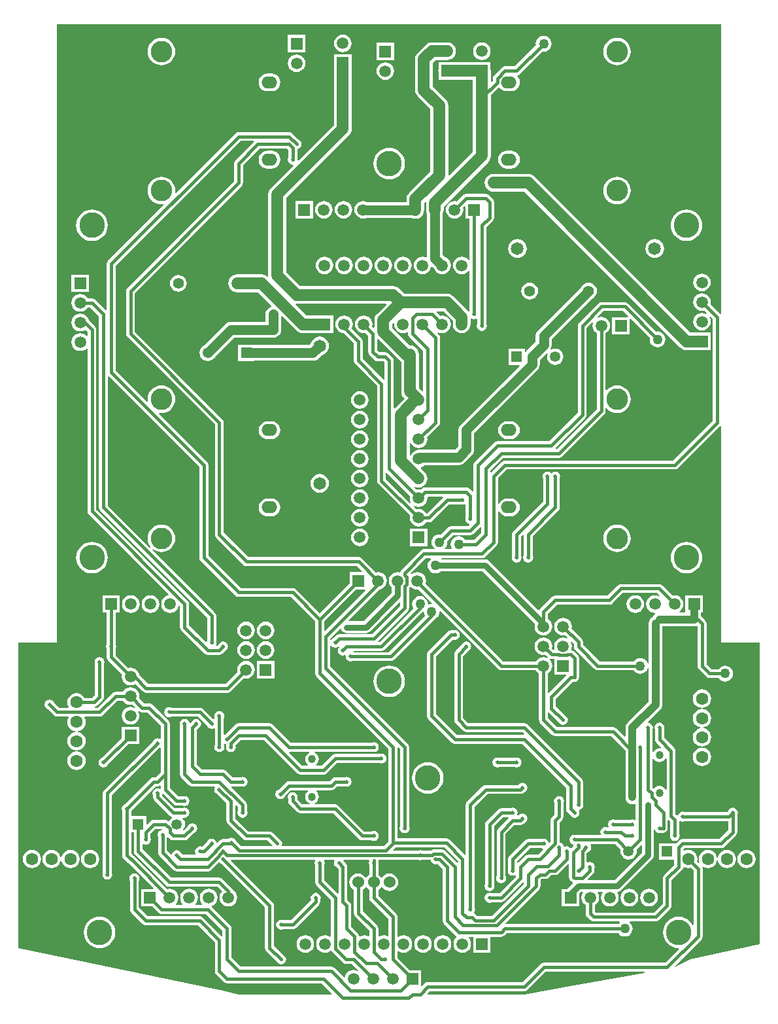
<source format=gbl>
G04 Layer_Physical_Order=2*
G04 Layer_Color=16711680*
%FSLAX25Y25*%
%MOIN*%
G70*
G01*
G75*
%ADD10R,0.05906X0.05906*%
%ADD14R,0.05906X0.05906*%
%ADD18C,0.05000*%
%ADD19C,0.06000*%
%ADD20C,0.01500*%
%ADD22C,0.03000*%
%ADD24C,0.13000*%
%ADD25C,0.11000*%
%ADD26C,0.05906*%
%ADD27R,0.05906X0.05906*%
%ADD28R,0.05906X0.05906*%
%ADD29C,0.05512*%
%ADD30C,0.06496*%
%ADD31C,0.05315*%
%ADD32R,0.05315X0.05315*%
%ADD33C,0.05906*%
%ADD34O,0.08000X0.06000*%
%ADD35C,0.04055*%
%ADD36C,0.06299*%
%ADD37C,0.06000*%
%ADD38C,0.02000*%
%ADD39C,0.05000*%
%ADD40C,0.04000*%
G36*
X342194Y526609D02*
Y522720D01*
X342133Y522629D01*
X341939Y521654D01*
X342133Y520678D01*
X342686Y519851D01*
X343513Y519299D01*
X344488Y519105D01*
X344697Y519146D01*
X344944Y518685D01*
X333405Y507146D01*
X332683Y506206D01*
X332230Y505112D01*
X332075Y503937D01*
Y462598D01*
X332104Y462383D01*
X331635Y462112D01*
X331010Y462592D01*
X329915Y463046D01*
X328740Y463200D01*
X316181D01*
X315006Y463046D01*
X313912Y462592D01*
X312972Y461871D01*
X312250Y460931D01*
X311797Y459836D01*
X311642Y458661D01*
X311797Y457487D01*
X312250Y456392D01*
X312972Y455452D01*
X313912Y454731D01*
X315006Y454277D01*
X316181Y454122D01*
X326860D01*
X333710Y447272D01*
X333505Y446770D01*
X332628Y446407D01*
X331793Y445766D01*
X331152Y444931D01*
X330749Y443958D01*
X330611Y442913D01*
Y439074D01*
X312992D01*
X312992Y439074D01*
X311948Y438936D01*
X310975Y438533D01*
X310139Y437892D01*
X299123Y426876D01*
X299084Y426860D01*
X298216Y426193D01*
X297550Y425325D01*
X297130Y424314D01*
X296988Y423228D01*
X297130Y422143D01*
X297550Y421132D01*
X298216Y420263D01*
X299084Y419597D01*
X300096Y419178D01*
X301181Y419035D01*
X302266Y419178D01*
X303278Y419597D01*
X304146Y420263D01*
X304813Y421132D01*
X304829Y421170D01*
X314663Y431005D01*
X334646D01*
X335690Y431142D01*
X336663Y431545D01*
X337498Y432187D01*
X338140Y433022D01*
X338543Y433995D01*
X338680Y435039D01*
Y441649D01*
X339142Y441841D01*
X346436Y434547D01*
X347376Y433825D01*
X348471Y433372D01*
X349646Y433217D01*
X349646Y433217D01*
X360669D01*
X361323Y433303D01*
X365122D01*
Y437102D01*
X365208Y437756D01*
X365122Y438410D01*
Y442209D01*
X361323D01*
X360669Y442295D01*
X351526D01*
X346024Y447796D01*
X346245Y448245D01*
X346457Y448217D01*
X346457Y448217D01*
X391932D01*
X392124Y447755D01*
X387460Y443091D01*
X386738Y442151D01*
X386285Y441057D01*
X386130Y439882D01*
Y436192D01*
X385668Y436001D01*
X385015Y436654D01*
X385160Y437756D01*
X385007Y438918D01*
X384559Y440001D01*
X383845Y440932D01*
X382915Y441645D01*
X381832Y442094D01*
X380669Y442247D01*
X379507Y442094D01*
X378424Y441645D01*
X377494Y440932D01*
X376780Y440001D01*
X376331Y438918D01*
X376178Y437756D01*
X376331Y436593D01*
X376780Y435510D01*
X377494Y434580D01*
X378424Y433866D01*
X379507Y433418D01*
X380669Y433265D01*
X381771Y433410D01*
X383060Y432121D01*
Y423701D01*
X383235Y422823D01*
X383732Y422079D01*
X386173Y419638D01*
X386917Y419140D01*
X387795Y418966D01*
X390782D01*
X391407Y418341D01*
Y413386D01*
X391407Y413386D01*
Y409789D01*
X390907Y409582D01*
X380247Y420242D01*
Y429134D01*
X380072Y430012D01*
X379575Y430756D01*
X374635Y435696D01*
X375007Y436593D01*
X375160Y437756D01*
X375007Y438918D01*
X374559Y440001D01*
X373845Y440932D01*
X372915Y441645D01*
X371832Y442094D01*
X370669Y442247D01*
X369507Y442094D01*
X368424Y441645D01*
X367494Y440932D01*
X366780Y440001D01*
X366331Y438918D01*
X366178Y437756D01*
X366331Y436593D01*
X366780Y435510D01*
X367494Y434580D01*
X368424Y433866D01*
X369507Y433418D01*
X370564Y433279D01*
X375659Y428184D01*
Y419291D01*
X375833Y418413D01*
X376331Y417669D01*
X387470Y406530D01*
Y358110D01*
X387644Y357232D01*
X388142Y356488D01*
X404355Y340275D01*
X404210Y339173D01*
X404363Y338011D01*
X404811Y336928D01*
X405525Y335997D01*
X406455Y335284D01*
X407538Y334835D01*
X408701Y334682D01*
X409863Y334835D01*
X410946Y335284D01*
X411876Y335997D01*
X412553Y336879D01*
X413976D01*
X414854Y337054D01*
X415598Y337551D01*
X424179Y346131D01*
X430036D01*
X430127Y346070D01*
X431102Y345876D01*
X432078Y346070D01*
X432304Y346222D01*
X432745Y345986D01*
Y339649D01*
X432684Y339558D01*
X432490Y338583D01*
X432684Y337607D01*
X433237Y336780D01*
X434064Y336228D01*
X434543Y336132D01*
X434708Y335590D01*
X434089Y334971D01*
X425197D01*
X424319Y334797D01*
X423575Y334299D01*
X419990Y330714D01*
X419291Y330806D01*
X418247Y330669D01*
X417274Y330266D01*
X416438Y329625D01*
X415797Y328789D01*
X415394Y327816D01*
X415257Y326772D01*
X415394Y325727D01*
X415797Y324754D01*
X416438Y323919D01*
X416776Y323660D01*
X416606Y323160D01*
X411417D01*
X410539Y322986D01*
X409795Y322488D01*
X399953Y312646D01*
X399455Y311901D01*
X399390Y311572D01*
X399115Y311425D01*
X397953Y311578D01*
X396790Y311425D01*
X395707Y310976D01*
X394777Y310262D01*
X394063Y309332D01*
X393615Y308249D01*
X393462Y307087D01*
X393615Y305924D01*
X394063Y304841D01*
X394777Y303911D01*
X394927Y303796D01*
Y300781D01*
X380636Y286491D01*
X373065D01*
X372874Y286952D01*
X388602Y302681D01*
X389115Y302748D01*
X390198Y303197D01*
X391128Y303911D01*
X391842Y304841D01*
X392291Y305924D01*
X392444Y307087D01*
X392291Y308249D01*
X391842Y309332D01*
X391128Y310262D01*
X390198Y310976D01*
X389115Y311425D01*
X387953Y311578D01*
X386851Y311433D01*
X379732Y318551D01*
X378988Y319049D01*
X378110Y319223D01*
X321816D01*
X309381Y331659D01*
Y387795D01*
X309206Y388673D01*
X308709Y389417D01*
X264105Y434021D01*
Y453774D01*
X318551Y508220D01*
X319049Y508965D01*
X319223Y509842D01*
Y518735D01*
X327722Y527234D01*
X341569D01*
X342194Y526609D01*
D02*
G37*
G36*
X562992Y443243D02*
X562492Y443036D01*
X557496Y448032D01*
X557641Y449134D01*
X557488Y450296D01*
X557039Y451379D01*
X556325Y452310D01*
X555395Y453023D01*
X554312Y453472D01*
X553150Y453625D01*
X551987Y453472D01*
X550904Y453023D01*
X549974Y452310D01*
X549260Y451379D01*
X548811Y450296D01*
X548658Y449134D01*
X548811Y447971D01*
X549260Y446888D01*
X549974Y445958D01*
X550904Y445244D01*
X551987Y444796D01*
X553150Y444643D01*
X554251Y444788D01*
X555531Y443508D01*
X555248Y443084D01*
X554312Y443472D01*
X553150Y443625D01*
X551987Y443472D01*
X550904Y443023D01*
X549974Y442310D01*
X549260Y441379D01*
X548811Y440296D01*
X548658Y439134D01*
X548811Y437971D01*
X549260Y436888D01*
X549974Y435958D01*
X550904Y435244D01*
X551987Y434796D01*
X553150Y434643D01*
X554312Y434796D01*
X555395Y435244D01*
X556325Y435958D01*
X557039Y436888D01*
X557488Y437971D01*
X557641Y439134D01*
X557488Y440296D01*
X557100Y441232D01*
X557524Y441515D01*
X558730Y440310D01*
Y388745D01*
X538420Y368436D01*
X452756D01*
X451878Y368261D01*
X451134Y367764D01*
X445708Y362338D01*
X445208Y362545D01*
Y363223D01*
X451738Y369753D01*
X480315D01*
X481193Y369928D01*
X481937Y370425D01*
X503433Y391921D01*
X503931Y392666D01*
X504105Y393543D01*
Y394821D01*
X504576Y394989D01*
X504869Y394633D01*
X505935Y393758D01*
X507151Y393108D01*
X508470Y392708D01*
X509842Y392572D01*
X511215Y392708D01*
X512534Y393108D01*
X513750Y393758D01*
X514816Y394633D01*
X515691Y395698D01*
X516341Y396915D01*
X516741Y398234D01*
X516876Y399606D01*
X516741Y400979D01*
X516341Y402298D01*
X515691Y403514D01*
X514816Y404580D01*
X513750Y405455D01*
X512534Y406105D01*
X511215Y406505D01*
X509842Y406640D01*
X508470Y406505D01*
X507151Y406105D01*
X505935Y405455D01*
X504869Y404580D01*
X504576Y404223D01*
X504105Y404392D01*
Y433155D01*
X504987Y433832D01*
X505701Y434762D01*
X506149Y435845D01*
X506302Y437008D01*
X506149Y438170D01*
X505701Y439253D01*
X504987Y440183D01*
X504057Y440897D01*
X502974Y441346D01*
X501811Y441499D01*
X500649Y441346D01*
X500250Y441181D01*
X499967Y441605D01*
X502919Y444556D01*
X512829D01*
X515463Y441923D01*
X515272Y441461D01*
X507358D01*
Y432555D01*
X516264D01*
Y440468D01*
X516726Y440660D01*
X526569Y430816D01*
X526477Y430118D01*
X526615Y429074D01*
X527018Y428101D01*
X527659Y427265D01*
X528495Y426624D01*
X529468Y426221D01*
X530512Y426084D01*
X531556Y426221D01*
X532529Y426624D01*
X533365Y427265D01*
X534006Y428101D01*
X534409Y429074D01*
X534546Y430118D01*
X534409Y431162D01*
X534006Y432135D01*
X533365Y432971D01*
X532529Y433612D01*
X531556Y434015D01*
X530512Y434153D01*
X529813Y434061D01*
X515402Y448472D01*
X514657Y448970D01*
X513779Y449145D01*
X501968D01*
X501091Y448970D01*
X500346Y448472D01*
X490504Y438630D01*
X490006Y437886D01*
X489832Y437008D01*
Y392683D01*
X475428Y378278D01*
X448819D01*
X447941Y378104D01*
X447197Y377606D01*
X437354Y367764D01*
X436857Y367020D01*
X436682Y366142D01*
Y352702D01*
X436182Y352495D01*
X434693Y353984D01*
X433949Y354482D01*
X433071Y354656D01*
X411890D01*
X411012Y354482D01*
X410268Y353984D01*
X409803Y353519D01*
X408701Y353664D01*
X407599Y353519D01*
X406407Y354711D01*
X406690Y355135D01*
X407526Y354789D01*
X408701Y354634D01*
X409875Y354789D01*
X410970Y355242D01*
X411910Y355964D01*
X412632Y356904D01*
X413085Y357998D01*
X413240Y359173D01*
X413085Y360348D01*
X412632Y361443D01*
X411910Y362383D01*
X409920Y364373D01*
X410077Y364923D01*
X410946Y365284D01*
X411876Y365997D01*
X411912Y366044D01*
X429134D01*
X429134Y366044D01*
X430178Y366182D01*
X431151Y366585D01*
X431987Y367226D01*
X435924Y371163D01*
X435924Y371163D01*
X436565Y371999D01*
X436968Y372972D01*
X437105Y374016D01*
Y382187D01*
X469388Y414470D01*
X469388Y414470D01*
X470029Y415306D01*
X470433Y416279D01*
X470570Y417323D01*
Y419589D01*
X474058Y423076D01*
X474482Y422793D01*
X474296Y422345D01*
X474153Y421260D01*
X474296Y420175D01*
X474715Y419163D01*
X475381Y418295D01*
X476250Y417628D01*
X477261Y417209D01*
X478346Y417066D01*
X479432Y417209D01*
X480443Y417628D01*
X481312Y418295D01*
X481978Y419163D01*
X482397Y420175D01*
X482540Y421260D01*
X482397Y422345D01*
X481978Y423356D01*
X481312Y424225D01*
X480443Y424891D01*
X479432Y425310D01*
X478346Y425453D01*
X477261Y425310D01*
X476389Y424949D01*
X476024Y425261D01*
X475999Y425302D01*
X476338Y426121D01*
X476475Y427165D01*
Y430179D01*
X497191Y450895D01*
X497461Y451007D01*
X498350Y451689D01*
X499032Y452578D01*
X499461Y453613D01*
X499608Y454724D01*
X499461Y455835D01*
X499032Y456871D01*
X498350Y457760D01*
X497461Y458442D01*
X496426Y458871D01*
X495315Y459017D01*
X494204Y458871D01*
X493169Y458442D01*
X492280Y457760D01*
X491597Y456871D01*
X491486Y456601D01*
X469588Y434703D01*
X468947Y433868D01*
X468544Y432895D01*
X468406Y431850D01*
X468406Y431850D01*
Y428836D01*
X463683Y424113D01*
X463319Y423639D01*
X462819Y423808D01*
Y425417D01*
X454504D01*
Y417102D01*
X459956D01*
X460147Y416640D01*
X430218Y386711D01*
X429577Y385876D01*
X429174Y384903D01*
X429036Y383858D01*
X429036Y383858D01*
Y375687D01*
X427463Y374113D01*
X409607D01*
X409606Y374113D01*
X408562Y373976D01*
X407589Y373573D01*
X407475Y373485D01*
X406455Y373063D01*
X405525Y372349D01*
X404811Y371419D01*
X404645Y371018D01*
X404145Y371117D01*
Y377229D01*
X404645Y377329D01*
X404811Y376928D01*
X405525Y375997D01*
X406455Y375284D01*
X407538Y374835D01*
X408701Y374682D01*
X409863Y374835D01*
X410946Y375284D01*
X411876Y375997D01*
X412590Y376928D01*
X413039Y378011D01*
X413192Y379173D01*
X413047Y380275D01*
X418945Y386173D01*
X419442Y386917D01*
X419617Y387795D01*
Y431102D01*
X419442Y431980D01*
X418945Y432725D01*
X418288Y433381D01*
X418571Y433805D01*
X419507Y433418D01*
X420669Y433265D01*
X421832Y433418D01*
X422915Y433866D01*
X423845Y434580D01*
X424559Y435510D01*
X425007Y436593D01*
X425160Y437756D01*
X425007Y438918D01*
X424559Y440001D01*
X423845Y440932D01*
X422915Y441645D01*
X421832Y442094D01*
X420669Y442247D01*
X419567Y442102D01*
X417851Y443818D01*
X418043Y444280D01*
X421348D01*
X426130Y439498D01*
Y437756D01*
X426285Y436581D01*
X426739Y435487D01*
X427460Y434547D01*
X428400Y433825D01*
X429494Y433372D01*
X430669Y433217D01*
X431844Y433372D01*
X432939Y433825D01*
X433879Y434547D01*
X434600Y435487D01*
X435053Y436581D01*
X435208Y437756D01*
Y440579D01*
X435649Y440815D01*
X436032Y440558D01*
X437008Y440364D01*
X437983Y440558D01*
X438210Y440710D01*
X438651Y440474D01*
Y438074D01*
X438590Y437983D01*
X438396Y437008D01*
X438590Y436032D01*
X439143Y435206D01*
X439969Y434653D01*
X440945Y434459D01*
X441920Y434653D01*
X442747Y435206D01*
X443300Y436032D01*
X443494Y437008D01*
X443300Y437983D01*
X443239Y438074D01*
Y487239D01*
X446504Y490504D01*
X447001Y491248D01*
X447176Y492126D01*
Y500000D01*
X447001Y500878D01*
X446504Y501622D01*
X444535Y503591D01*
X443791Y504088D01*
X442913Y504263D01*
X432913D01*
X432035Y504088D01*
X431291Y503591D01*
X428110Y500409D01*
X427008Y500554D01*
X425845Y500401D01*
X424762Y499952D01*
X423832Y499239D01*
X423118Y498309D01*
X422670Y497225D01*
X422517Y496063D01*
X422670Y494901D01*
X423118Y493817D01*
X423832Y492887D01*
X424762Y492173D01*
X425845Y491725D01*
X427008Y491572D01*
X428170Y491725D01*
X429253Y492173D01*
X430184Y492887D01*
X430897Y493817D01*
X431346Y494901D01*
X431499Y496063D01*
X431354Y497165D01*
X432093Y497904D01*
X432555Y497713D01*
Y491610D01*
X434714D01*
Y470621D01*
X434214Y470451D01*
X433845Y470932D01*
X432915Y471645D01*
X431832Y472094D01*
X430669Y472247D01*
X429507Y472094D01*
X428424Y471645D01*
X427493Y470932D01*
X426780Y470002D01*
X426331Y468918D01*
X426178Y467756D01*
X426331Y466594D01*
X426780Y465510D01*
X427493Y464580D01*
X428424Y463866D01*
X429507Y463418D01*
X430669Y463265D01*
X431832Y463418D01*
X432915Y463866D01*
X433845Y464580D01*
X434214Y465061D01*
X434714Y464891D01*
Y444320D01*
X434214Y444151D01*
X433879Y444587D01*
X426438Y452028D01*
X425498Y452750D01*
X424403Y453203D01*
X423228Y453358D01*
X401486D01*
X398879Y455965D01*
X397939Y456687D01*
X396844Y457140D01*
X395669Y457295D01*
X348337D01*
X341153Y464478D01*
Y502057D01*
X373288Y534192D01*
X373288Y534192D01*
X374009Y535132D01*
X374463Y536227D01*
X374618Y537401D01*
X374618Y537402D01*
Y570866D01*
X374531Y571520D01*
Y575319D01*
X370732D01*
X370079Y575405D01*
X369425Y575319D01*
X365626D01*
Y571520D01*
X365540Y570866D01*
Y539282D01*
X347456Y521198D01*
X346996Y521444D01*
X347037Y521654D01*
X346843Y522629D01*
X346782Y522720D01*
Y527043D01*
X347432Y527173D01*
X348259Y527725D01*
X348812Y528552D01*
X349006Y529528D01*
X348812Y530503D01*
X348259Y531330D01*
X347432Y531882D01*
X347325Y531904D01*
X344142Y535087D01*
X343398Y535584D01*
X342520Y535759D01*
X316929D01*
X316051Y535584D01*
X315307Y535087D01*
X284983Y504763D01*
X284503Y504990D01*
X284593Y505905D01*
X284458Y507278D01*
X284057Y508597D01*
X283407Y509813D01*
X282533Y510879D01*
X281467Y511754D01*
X280251Y512404D01*
X278931Y512804D01*
X277559Y512939D01*
X276187Y512804D01*
X274867Y512404D01*
X273651Y511754D01*
X272585Y510879D01*
X271711Y509813D01*
X271061Y508597D01*
X270660Y507278D01*
X270525Y505905D01*
X270660Y504533D01*
X271061Y503214D01*
X271711Y501998D01*
X272585Y500932D01*
X273651Y500057D01*
X274867Y499407D01*
X276187Y499007D01*
X277559Y498872D01*
X278475Y498962D01*
X278702Y498482D01*
X250346Y470126D01*
X249849Y469382D01*
X249674Y468504D01*
Y445222D01*
X249174Y445015D01*
X243906Y450284D01*
X243161Y450781D01*
X242283Y450956D01*
X240073D01*
X239396Y451837D01*
X238466Y452551D01*
X237383Y453000D01*
X236221Y453153D01*
X235058Y453000D01*
X233975Y452551D01*
X233045Y451837D01*
X232331Y450907D01*
X231882Y449824D01*
X231729Y448662D01*
X231882Y447499D01*
X232331Y446416D01*
X233045Y445486D01*
X233975Y444772D01*
X235058Y444323D01*
X236221Y444170D01*
X237383Y444323D01*
X238466Y444772D01*
X239396Y445486D01*
X240073Y446367D01*
X241333D01*
X245737Y441963D01*
Y344488D01*
X245912Y343610D01*
X246409Y342866D01*
X300855Y288420D01*
Y276657D01*
X300795Y276566D01*
X300699Y276087D01*
X300157Y275922D01*
X291664Y284415D01*
Y295276D01*
X291490Y296153D01*
X290992Y296898D01*
X244420Y343470D01*
Y435039D01*
X244245Y435917D01*
X243748Y436661D01*
X240540Y439870D01*
X240110Y440907D01*
X239396Y441837D01*
X238466Y442551D01*
X237383Y443000D01*
X236221Y443153D01*
X235058Y443000D01*
X233975Y442551D01*
X233045Y441837D01*
X232331Y440907D01*
X231882Y439824D01*
X231729Y438661D01*
X231882Y437499D01*
X232331Y436416D01*
X233045Y435486D01*
X233975Y434772D01*
X235058Y434323D01*
X236221Y434170D01*
X237383Y434323D01*
X238466Y434772D01*
X238853Y435069D01*
X239832Y434089D01*
Y432007D01*
X239332Y431887D01*
X238466Y432551D01*
X237383Y433000D01*
X236221Y433153D01*
X235058Y433000D01*
X233975Y432551D01*
X233045Y431837D01*
X232331Y430907D01*
X231882Y429824D01*
X231729Y428661D01*
X231882Y427499D01*
X232331Y426416D01*
X233045Y425486D01*
X233975Y424772D01*
X235058Y424323D01*
X236221Y424170D01*
X237383Y424323D01*
X238466Y424772D01*
X239332Y425436D01*
X239832Y425316D01*
Y342520D01*
X240006Y341642D01*
X240504Y340897D01*
X281274Y300128D01*
X281113Y299654D01*
X280806Y299614D01*
X279723Y299165D01*
X278793Y298451D01*
X278079Y297521D01*
X277630Y296438D01*
X277477Y295276D01*
X277630Y294113D01*
X278079Y293030D01*
X278793Y292100D01*
X279723Y291386D01*
X280806Y290937D01*
X281968Y290784D01*
X283131Y290937D01*
X284214Y291386D01*
X285144Y292100D01*
X285858Y293030D01*
X286307Y294113D01*
X286317Y294190D01*
X286835Y294385D01*
X287076Y294191D01*
Y283465D01*
X287251Y282587D01*
X287748Y281842D01*
X299559Y270031D01*
X300303Y269534D01*
X301181Y269359D01*
X307087D01*
X307964Y269534D01*
X308709Y270031D01*
X309923Y271246D01*
X310031Y271267D01*
X310858Y271820D01*
X311410Y272647D01*
X311604Y273622D01*
X311410Y274598D01*
X310858Y275424D01*
X310031Y275977D01*
X309055Y276171D01*
X308080Y275977D01*
X307253Y275424D01*
X306700Y274598D01*
X306679Y274490D01*
X306136Y273948D01*
X305589D01*
X305353Y274389D01*
X305505Y274615D01*
X305699Y275590D01*
X305505Y276566D01*
X305444Y276657D01*
Y289370D01*
X305269Y290248D01*
X304772Y290992D01*
X272914Y322850D01*
X273251Y323220D01*
X273651Y322892D01*
X274867Y322242D01*
X276187Y321841D01*
X277559Y321706D01*
X278931Y321841D01*
X280251Y322242D01*
X281467Y322892D01*
X282533Y323766D01*
X283407Y324832D01*
X284057Y326048D01*
X284458Y327368D01*
X284593Y328740D01*
X284458Y330112D01*
X284057Y331432D01*
X283407Y332648D01*
X282533Y333714D01*
X281467Y334589D01*
X280251Y335239D01*
X278931Y335639D01*
X277559Y335774D01*
X276187Y335639D01*
X274867Y335239D01*
X273651Y334589D01*
X272585Y333714D01*
X271711Y332648D01*
X271061Y331432D01*
X270660Y330112D01*
X270525Y328740D01*
X270660Y327368D01*
X271061Y326048D01*
X271711Y324832D01*
X272039Y324432D01*
X271669Y324096D01*
X250326Y345438D01*
Y411077D01*
X250826Y411284D01*
X296919Y365192D01*
Y318898D01*
X297093Y318020D01*
X297590Y317276D01*
X315307Y299559D01*
X316051Y299062D01*
X316929Y298887D01*
X343538D01*
X355974Y286451D01*
Y259842D01*
X356148Y258965D01*
X356646Y258220D01*
X393375Y221491D01*
Y174179D01*
X391113Y171917D01*
X339300D01*
X339002Y172417D01*
X339163Y173228D01*
X338969Y174204D01*
X338417Y175031D01*
X337590Y175583D01*
X337482Y175605D01*
X334299Y178788D01*
X333555Y179285D01*
X332677Y179459D01*
X321816D01*
X315286Y185990D01*
Y192627D01*
X315748Y192819D01*
X316604Y191963D01*
Y190043D01*
X316543Y189952D01*
X316349Y188976D01*
X316543Y188001D01*
X317095Y187174D01*
X317922Y186621D01*
X318898Y186427D01*
X319873Y186621D01*
X320700Y187174D01*
X321253Y188001D01*
X321447Y188976D01*
X321253Y189952D01*
X321192Y190043D01*
Y192913D01*
X321017Y193791D01*
X320520Y194536D01*
X313125Y201930D01*
X313332Y202430D01*
X317831D01*
X317922Y202369D01*
X318898Y202175D01*
X319873Y202369D01*
X320700Y202922D01*
X321253Y203749D01*
X321447Y204724D01*
X321253Y205700D01*
X320700Y206527D01*
X319873Y207079D01*
X318898Y207273D01*
X317922Y207079D01*
X317831Y207018D01*
X313942D01*
X310677Y210284D01*
X309933Y210781D01*
X309055Y210956D01*
X298194D01*
X295601Y213549D01*
Y231333D01*
X296144Y231876D01*
X296251Y231897D01*
X297078Y232450D01*
X297631Y233277D01*
X297825Y234252D01*
X297631Y235227D01*
X297078Y236054D01*
X296251Y236607D01*
X295276Y236801D01*
X294300Y236607D01*
X293473Y236054D01*
X292921Y235227D01*
X292899Y235120D01*
X292363Y234584D01*
X291820Y234748D01*
X291725Y235227D01*
X291173Y236054D01*
X290346Y236607D01*
X289370Y236801D01*
X288395Y236607D01*
X287568Y236054D01*
X287015Y235227D01*
X286821Y234252D01*
X287015Y233277D01*
X287076Y233185D01*
Y208661D01*
X287251Y207784D01*
X287748Y207039D01*
X291685Y203102D01*
X292429Y202605D01*
X293307Y202430D01*
X304647D01*
X304883Y201989D01*
X304732Y201763D01*
X304538Y200787D01*
X304732Y199812D01*
X305284Y198985D01*
X306111Y198432D01*
X306219Y198411D01*
X310698Y193932D01*
Y185039D01*
X310873Y184161D01*
X311370Y183417D01*
X319244Y175543D01*
X319988Y175046D01*
X320866Y174871D01*
X331727D01*
X334181Y172417D01*
X334153Y172239D01*
X333928Y171917D01*
X318335D01*
X315762Y174490D01*
X315741Y174598D01*
X315188Y175424D01*
X314361Y175977D01*
X313386Y176171D01*
X312410Y175977D01*
X311730Y175522D01*
X309055D01*
X308177Y175348D01*
X307433Y174850D01*
X306142Y173560D01*
X305600Y173724D01*
X305505Y174204D01*
X304952Y175031D01*
X304125Y175583D01*
X303150Y175777D01*
X302174Y175583D01*
X301347Y175031D01*
X300795Y174204D01*
X300773Y174096D01*
X298282Y171605D01*
X298219Y171646D01*
X297244Y171840D01*
X296269Y171646D01*
X295442Y171094D01*
X294889Y170267D01*
X294695Y169291D01*
X294889Y168316D01*
X295040Y168089D01*
X294805Y167648D01*
X288352D01*
X287809Y168191D01*
X287788Y168298D01*
X287235Y169125D01*
X286408Y169678D01*
X285433Y169872D01*
X284458Y169678D01*
X283631Y169125D01*
X283078Y168298D01*
X282983Y167819D01*
X282440Y167655D01*
X280435Y169660D01*
Y176244D01*
X280935Y176451D01*
X281842Y175543D01*
X282587Y175046D01*
X283465Y174871D01*
X289370D01*
X290248Y175046D01*
X290992Y175543D01*
X294175Y178726D01*
X294283Y178747D01*
X295110Y179300D01*
X295662Y180127D01*
X295856Y181102D01*
X295662Y182078D01*
X295110Y182905D01*
X294283Y183457D01*
X293307Y183651D01*
X292332Y183457D01*
X291505Y182905D01*
X290952Y182078D01*
X290931Y181970D01*
X288904Y179944D01*
X288527Y180274D01*
X289065Y180974D01*
X289483Y181985D01*
X289626Y183071D01*
X289483Y184156D01*
X289065Y185168D01*
X288398Y186036D01*
X288407Y186109D01*
X288962Y186509D01*
X289370Y186427D01*
X290346Y186621D01*
X291173Y187174D01*
X291725Y188001D01*
X291919Y188976D01*
X291725Y189952D01*
X291173Y190779D01*
X290346Y191331D01*
X289370Y191525D01*
X288395Y191331D01*
X288303Y191270D01*
X284415D01*
X277904Y197781D01*
X277945Y197844D01*
X278041Y198323D01*
X278583Y198487D01*
X283811Y193260D01*
X284555Y192762D01*
X285433Y192588D01*
X288303D01*
X288395Y192527D01*
X289370Y192333D01*
X290346Y192527D01*
X291173Y193079D01*
X291725Y193906D01*
X291919Y194882D01*
X291725Y195857D01*
X291173Y196684D01*
X290346Y197237D01*
X289370Y197431D01*
X288395Y197237D01*
X288303Y197176D01*
X286383D01*
X281822Y201738D01*
Y208661D01*
Y234252D01*
X281647Y235130D01*
X281150Y235874D01*
X272961Y244063D01*
X272216Y244560D01*
X271339Y244735D01*
X268667D01*
X266157Y247245D01*
X266302Y248346D01*
X266149Y249509D01*
X265701Y250592D01*
X264987Y251522D01*
X264057Y252236D01*
X262973Y252685D01*
X261811Y252838D01*
X260649Y252685D01*
X259565Y252236D01*
X258635Y251522D01*
X257959Y250641D01*
X254252D01*
X253374Y250466D01*
X252630Y249969D01*
X245113Y242452D01*
X243681D01*
X243632Y242952D01*
X244067Y243038D01*
X244811Y243535D01*
X247685Y246409D01*
X248182Y247154D01*
X248357Y248031D01*
Y264682D01*
X248418Y264773D01*
X248612Y265748D01*
X248418Y266723D01*
X247865Y267550D01*
X247038Y268103D01*
X246063Y268297D01*
X245088Y268103D01*
X244261Y267550D01*
X243708Y266723D01*
X243514Y265748D01*
X243708Y264773D01*
X243769Y264682D01*
Y248982D01*
X242239Y247452D01*
X238334D01*
X238313Y247502D01*
X237568Y248474D01*
X236597Y249219D01*
X235466Y249687D01*
X234252Y249847D01*
X233038Y249687D01*
X231907Y249219D01*
X230936Y248474D01*
X230190Y247502D01*
X229722Y246371D01*
X229562Y245158D01*
X229722Y243944D01*
X230133Y242952D01*
X229898Y242452D01*
X225360D01*
X222849Y244963D01*
X222827Y245070D01*
X222275Y245897D01*
X221448Y246449D01*
X220472Y246643D01*
X219497Y246449D01*
X218670Y245897D01*
X218117Y245070D01*
X217923Y244094D01*
X218117Y243119D01*
X218670Y242292D01*
X219497Y241740D01*
X219604Y241718D01*
X222787Y238535D01*
X223532Y238038D01*
X224410Y237863D01*
X229898D01*
X230133Y237363D01*
X229722Y236371D01*
X229562Y235157D01*
X229722Y233944D01*
X230190Y232813D01*
X230936Y231841D01*
X231907Y231096D01*
X233038Y230628D01*
X233497Y230567D01*
Y230063D01*
X233038Y230002D01*
X231907Y229534D01*
X230936Y228789D01*
X230190Y227817D01*
X229722Y226686D01*
X229562Y225472D01*
X229722Y224259D01*
X230190Y223128D01*
X230936Y222156D01*
X231907Y221411D01*
X233038Y220942D01*
X234252Y220783D01*
X235466Y220942D01*
X236597Y221411D01*
X237568Y222156D01*
X238313Y223128D01*
X238782Y224259D01*
X238942Y225472D01*
X238782Y226686D01*
X238313Y227817D01*
X237568Y228789D01*
X236597Y229534D01*
X235466Y230002D01*
X235007Y230063D01*
Y230567D01*
X235466Y230628D01*
X236597Y231096D01*
X237568Y231841D01*
X238313Y232813D01*
X238782Y233944D01*
X238942Y235157D01*
X238782Y236371D01*
X238371Y237363D01*
X238606Y237863D01*
X246063D01*
X246941Y238038D01*
X247685Y238535D01*
X255202Y246052D01*
X257959D01*
X258635Y245171D01*
X259565Y244457D01*
X260649Y244008D01*
X261811Y243855D01*
X262913Y244000D01*
X264192Y242721D01*
X263909Y242297D01*
X262973Y242685D01*
X261811Y242838D01*
X260649Y242685D01*
X259565Y242236D01*
X258635Y241522D01*
X257922Y240592D01*
X257473Y239509D01*
X257320Y238347D01*
X257473Y237184D01*
X257922Y236101D01*
X258635Y235171D01*
X259565Y234457D01*
X260649Y234008D01*
X261811Y233855D01*
X262973Y234008D01*
X264057Y234457D01*
X264987Y235171D01*
X265701Y236101D01*
X266149Y237184D01*
X266302Y238347D01*
X266149Y239509D01*
X265756Y240459D01*
X265948Y240663D01*
X266168Y240770D01*
X266839Y240321D01*
X267717Y240147D01*
X270388D01*
X277234Y233302D01*
Y226849D01*
X276793Y226613D01*
X276566Y226764D01*
X275590Y226958D01*
X274615Y226764D01*
X273788Y226212D01*
X273236Y225385D01*
X273214Y225277D01*
X248378Y200441D01*
X247881Y199697D01*
X247706Y198819D01*
Y158547D01*
X247645Y158456D01*
X247451Y157480D01*
X247645Y156505D01*
X248198Y155678D01*
X249025Y155125D01*
X250000Y154931D01*
X250975Y155125D01*
X251802Y155678D01*
X252355Y156505D01*
X252549Y157480D01*
X252355Y158456D01*
X252294Y158547D01*
Y197869D01*
X276459Y222033D01*
X276566Y222055D01*
X276793Y222206D01*
X277234Y221970D01*
Y209612D01*
X274640Y207018D01*
X273622D01*
X272744Y206844D01*
X272000Y206347D01*
X258975Y193321D01*
X258867Y193300D01*
X258040Y192747D01*
X257488Y191920D01*
X257294Y190945D01*
X257488Y189969D01*
X257548Y189878D01*
Y167323D01*
X257723Y166445D01*
X258220Y165701D01*
X260189Y163732D01*
X260663Y163415D01*
X273495Y150584D01*
X273303Y150122D01*
X267201D01*
Y141217D01*
X272862D01*
X275937Y138142D01*
X276681Y137644D01*
X277559Y137470D01*
X300231D01*
X308730Y128971D01*
Y126324D01*
X308229Y126117D01*
X298866Y135480D01*
X298122Y135978D01*
X297244Y136152D01*
X270635D01*
X266074Y140714D01*
Y154445D01*
X266135Y154536D01*
X266329Y155512D01*
X266135Y156487D01*
X265582Y157314D01*
X264755Y157867D01*
X263779Y158061D01*
X262804Y157867D01*
X261977Y157314D01*
X261425Y156487D01*
X261230Y155512D01*
X261425Y154536D01*
X261485Y154445D01*
Y139764D01*
X261660Y138886D01*
X262157Y138142D01*
X268063Y132236D01*
X268807Y131739D01*
X269685Y131564D01*
X296294D01*
X304792Y123065D01*
Y108268D01*
X304967Y107390D01*
X305464Y106646D01*
X309401Y102708D01*
X310146Y102211D01*
X311024Y102037D01*
X359286D01*
X364404Y96919D01*
X364213Y96457D01*
X316929D01*
X309055Y98425D01*
X204724Y120079D01*
Y275590D01*
X224410D01*
Y590551D01*
X562992D01*
Y443243D01*
D02*
G37*
G36*
X396255Y438342D02*
X396178Y437756D01*
X396331Y436593D01*
X396780Y435510D01*
X397494Y434580D01*
X398424Y433866D01*
X399507Y433418D01*
X400669Y433265D01*
X401832Y433418D01*
X402718Y433785D01*
X403218Y433516D01*
Y433071D01*
X403392Y432193D01*
X403890Y431449D01*
X411092Y424247D01*
Y403854D01*
X410630Y403663D01*
X408870Y405423D01*
Y422441D01*
X408715Y423616D01*
X408261Y424710D01*
X407540Y425651D01*
X406600Y426372D01*
X405505Y426825D01*
X404331Y426980D01*
X404242D01*
X395208Y436014D01*
Y438002D01*
X395782Y438575D01*
X396255Y438342D01*
D02*
G37*
G36*
X399153Y419232D02*
X399792Y418741D01*
Y403543D01*
X399946Y402369D01*
X400400Y401274D01*
X401121Y400334D01*
X401455Y400000D01*
X396495Y395040D01*
X395995Y395178D01*
Y413386D01*
X395995Y413386D01*
Y419291D01*
X395820Y420169D01*
X395323Y420914D01*
X395323Y420914D01*
X393354Y422882D01*
X392610Y423379D01*
X391732Y423554D01*
X388745D01*
X387648Y424651D01*
Y430083D01*
X388110Y430274D01*
X399153Y419232D01*
D02*
G37*
G36*
X324670Y530670D02*
X315307Y521307D01*
X314810Y520563D01*
X314635Y519685D01*
Y510793D01*
X260189Y456347D01*
X259692Y455602D01*
X259517Y454724D01*
Y433071D01*
X259692Y432193D01*
X260189Y431449D01*
X304792Y386845D01*
Y330709D01*
X304967Y329831D01*
X305464Y329086D01*
X319244Y315307D01*
X319988Y314810D01*
X320866Y314635D01*
X377160D01*
X379794Y312001D01*
X379602Y311539D01*
X373500D01*
Y305878D01*
X358268Y290646D01*
X346110Y302803D01*
X345366Y303301D01*
X344488Y303475D01*
X317879D01*
X301507Y319848D01*
Y366142D01*
X301332Y367020D01*
X300835Y367764D01*
X276416Y392183D01*
X276643Y392663D01*
X277559Y392572D01*
X278931Y392708D01*
X280251Y393108D01*
X281467Y393758D01*
X282533Y394633D01*
X283407Y395698D01*
X284057Y396915D01*
X284458Y398234D01*
X284593Y399606D01*
X284458Y400979D01*
X284057Y402298D01*
X283407Y403514D01*
X282533Y404580D01*
X281467Y405455D01*
X280251Y406105D01*
X278931Y406505D01*
X277559Y406640D01*
X276187Y406505D01*
X274867Y406105D01*
X273651Y405455D01*
X272585Y404580D01*
X271711Y403514D01*
X271061Y402298D01*
X270660Y400979D01*
X270525Y399606D01*
X270615Y398690D01*
X270135Y398463D01*
X254263Y414336D01*
Y467554D01*
X317879Y531171D01*
X324463D01*
X324670Y530670D01*
D02*
G37*
G36*
X497638Y438568D02*
X497473Y438170D01*
X497320Y437008D01*
X497473Y435845D01*
X497922Y434762D01*
X498635Y433832D01*
X499517Y433155D01*
Y394494D01*
X479365Y374341D01*
X478686D01*
X478479Y374841D01*
X493748Y390110D01*
X494245Y390854D01*
X494420Y391732D01*
Y436058D01*
X497214Y438852D01*
X497638Y438568D01*
D02*
G37*
G36*
X404355Y350275D02*
X404210Y349173D01*
X404363Y348011D01*
X404750Y347075D01*
X404326Y346792D01*
X392058Y359060D01*
Y361865D01*
X392558Y362072D01*
X404355Y350275D01*
D02*
G37*
G36*
X421127Y349568D02*
X413030Y341471D01*
X412535Y341490D01*
X411876Y342349D01*
X410946Y343063D01*
X409863Y343511D01*
X408701Y343664D01*
X407599Y343519D01*
X406320Y344799D01*
X406603Y345222D01*
X407538Y344835D01*
X408701Y344682D01*
X409863Y344835D01*
X410946Y345284D01*
X411876Y345997D01*
X412590Y346928D01*
X413039Y348011D01*
X413192Y349173D01*
X413124Y349692D01*
X413453Y350068D01*
X420920D01*
X421127Y349568D01*
D02*
G37*
G36*
X562992Y385812D02*
Y275590D01*
X582677D01*
Y122047D01*
X547244Y114173D01*
X539370Y110236D01*
X539348Y110232D01*
X539117Y110675D01*
X552803Y124362D01*
X553301Y125106D01*
X553475Y125984D01*
Y160354D01*
X553338Y161045D01*
X553791Y161327D01*
X553836Y161293D01*
X554967Y160824D01*
X556181Y160665D01*
X557395Y160824D01*
X558526Y161293D01*
X559497Y162038D01*
X560243Y163010D01*
X560711Y164140D01*
X560772Y164600D01*
X561276D01*
X561336Y164140D01*
X561805Y163010D01*
X562550Y162038D01*
X563521Y161293D01*
X564652Y160824D01*
X565866Y160665D01*
X567080Y160824D01*
X568211Y161293D01*
X569182Y162038D01*
X569928Y163010D01*
X570396Y164140D01*
X570556Y165354D01*
X570396Y166568D01*
X569928Y167699D01*
X569182Y168670D01*
X568211Y169416D01*
X567080Y169884D01*
X565866Y170044D01*
X564652Y169884D01*
X563521Y169416D01*
X562550Y168670D01*
X561805Y167699D01*
X561336Y166568D01*
X561276Y166109D01*
X560772D01*
X560711Y166568D01*
X560243Y167699D01*
X559497Y168670D01*
X558526Y169416D01*
X557395Y169884D01*
X556181Y170044D01*
X554967Y169884D01*
X553836Y169416D01*
X552865Y168670D01*
X552120Y167699D01*
X551651Y166568D01*
X551491Y165354D01*
X551651Y164140D01*
X551867Y163620D01*
X551443Y163337D01*
X550690Y164090D01*
X550711Y164140D01*
X550871Y165354D01*
X550711Y166568D01*
X550243Y167699D01*
X549497Y168670D01*
X548526Y169416D01*
X547395Y169884D01*
X546181Y170044D01*
X544967Y169884D01*
X544133Y169538D01*
X543685Y169831D01*
X543654Y170331D01*
X544257Y170934D01*
X562992D01*
X563870Y171109D01*
X564614Y171606D01*
X570520Y177512D01*
X571017Y178256D01*
X571192Y179134D01*
Y187910D01*
X571253Y188001D01*
X571447Y188976D01*
X571253Y189952D01*
X570700Y190779D01*
X569873Y191331D01*
X568898Y191525D01*
X567922Y191331D01*
X567095Y190779D01*
X566543Y189952D01*
X566521Y189844D01*
X565979Y189302D01*
X544374D01*
X544282Y189363D01*
X543307Y189557D01*
X542332Y189363D01*
X541505Y188810D01*
X540952Y187983D01*
X540892Y187680D01*
X540413Y187535D01*
X539696Y188252D01*
Y220472D01*
X539521Y221350D01*
X539024Y222095D01*
X533790Y227328D01*
Y231217D01*
X533851Y231308D01*
X534045Y232283D01*
X533851Y233259D01*
X533298Y234086D01*
X532472Y234638D01*
X531496Y234832D01*
X530521Y234638D01*
X529694Y234086D01*
X529141Y233259D01*
X528947Y232283D01*
X529141Y231308D01*
X529202Y231217D01*
Y226378D01*
X529377Y225500D01*
X529874Y224756D01*
X532422Y222208D01*
X532188Y221735D01*
X531496Y221826D01*
X530575Y221704D01*
X529717Y221349D01*
X528980Y220783D01*
X528415Y220047D01*
X528385Y219974D01*
X527885Y220073D01*
Y231217D01*
X527946Y231308D01*
X528139Y232283D01*
X527946Y233259D01*
X527393Y234086D01*
X526566Y234638D01*
X525903Y234770D01*
X525738Y235313D01*
X532024Y241598D01*
X532585Y242329D01*
X532937Y243181D01*
X533058Y244094D01*
Y283871D01*
X549213D01*
X550126Y283992D01*
X550440Y284121D01*
X550855Y283844D01*
Y263779D01*
X551030Y262902D01*
X551528Y262157D01*
X555465Y258220D01*
X556209Y257723D01*
X557087Y257548D01*
X561679D01*
X562108Y256990D01*
X562943Y256348D01*
X563916Y255945D01*
X564961Y255808D01*
X566005Y255945D01*
X566978Y256348D01*
X567813Y256990D01*
X568455Y257825D01*
X568858Y258798D01*
X568995Y259842D01*
X568858Y260887D01*
X568455Y261860D01*
X567813Y262695D01*
X566978Y263336D01*
X566005Y263740D01*
X564961Y263877D01*
X563916Y263740D01*
X562943Y263336D01*
X562108Y262695D01*
X561679Y262137D01*
X558037D01*
X555444Y264730D01*
Y285433D01*
X555269Y286311D01*
X554772Y287055D01*
X552803Y289024D01*
X552743Y289064D01*
Y290823D01*
X553665D01*
Y299728D01*
X544760D01*
Y290932D01*
X541657D01*
X541530Y291222D01*
X541518Y291432D01*
X542388Y292100D01*
X543102Y293030D01*
X543551Y294113D01*
X543704Y295276D01*
X543551Y296438D01*
X543102Y297521D01*
X542388Y298451D01*
X541458Y299165D01*
X540375Y299614D01*
X539213Y299767D01*
X538111Y299622D01*
X532961Y304772D01*
X532217Y305269D01*
X531339Y305444D01*
X511811D01*
X510933Y305269D01*
X510189Y304772D01*
X504955Y299538D01*
X478346D01*
X477468Y299363D01*
X476724Y298866D01*
X470661Y292803D01*
X470318Y292289D01*
X469718Y292183D01*
X444800Y317100D01*
X444173Y317581D01*
X443444Y317883D01*
X442661Y317986D01*
X420338D01*
X420276Y318072D01*
X420533Y318572D01*
X440945D01*
X441823Y318747D01*
X442567Y319244D01*
X448472Y325149D01*
X448970Y325894D01*
X449145Y326772D01*
Y342479D01*
X449645Y342579D01*
X449794Y342219D01*
X450515Y341279D01*
X451455Y340557D01*
X452550Y340104D01*
X453724Y339949D01*
X455724D01*
X456899Y340104D01*
X457994Y340557D01*
X458934Y341279D01*
X459655Y342219D01*
X460109Y343313D01*
X460263Y344488D01*
X460109Y345663D01*
X459655Y346758D01*
X458934Y347698D01*
X457994Y348419D01*
X456899Y348872D01*
X455724Y349027D01*
X453724D01*
X452550Y348872D01*
X451455Y348419D01*
X450515Y347698D01*
X449794Y346758D01*
X449645Y346397D01*
X449145Y346497D01*
Y359286D01*
X453706Y363848D01*
X539370D01*
X540248Y364022D01*
X540992Y364520D01*
X562492Y386019D01*
X562992Y385812D01*
D02*
G37*
G36*
X440619Y334306D02*
Y331659D01*
X437042Y328081D01*
X432415D01*
X431987Y328640D01*
X431151Y329281D01*
X430178Y329684D01*
X429134Y329822D01*
X428090Y329684D01*
X427117Y329281D01*
X426281Y328640D01*
X425640Y327805D01*
X425237Y326832D01*
X425099Y325787D01*
X425237Y324743D01*
X425640Y323770D01*
X425764Y323609D01*
X425543Y323160D01*
X421977D01*
X421807Y323660D01*
X422144Y323919D01*
X422785Y324754D01*
X423188Y325727D01*
X423326Y326772D01*
X423234Y327470D01*
X426147Y330383D01*
X435039D01*
X435917Y330558D01*
X436661Y331055D01*
X440119Y334513D01*
X440619Y334306D01*
D02*
G37*
G36*
X414807Y318072D02*
X414470Y317813D01*
X413829Y316978D01*
X413426Y316005D01*
X413288Y314961D01*
X413426Y313916D01*
X413829Y312943D01*
X414470Y312108D01*
X415306Y311467D01*
X416279Y311064D01*
X417323Y310926D01*
X418367Y311064D01*
X419340Y311467D01*
X419950Y311935D01*
X441407D01*
X468078Y285263D01*
X467945Y284942D01*
X467792Y283780D01*
X467945Y282617D01*
X468394Y281534D01*
X469108Y280604D01*
X470038Y279890D01*
X471121Y279441D01*
X472283Y279288D01*
X473446Y279441D01*
X474529Y279890D01*
X475459Y280604D01*
X476173Y281534D01*
X476621Y282617D01*
X476775Y283780D01*
X476621Y284942D01*
X476173Y286025D01*
X475459Y286955D01*
X474578Y287632D01*
Y290231D01*
X479297Y294950D01*
X505905D01*
X506783Y295125D01*
X507528Y295622D01*
X512761Y300855D01*
X530388D01*
X531594Y299650D01*
X531311Y299226D01*
X530375Y299614D01*
X529213Y299767D01*
X528050Y299614D01*
X526967Y299165D01*
X526037Y298451D01*
X525323Y297521D01*
X524874Y296438D01*
X524721Y295276D01*
X524874Y294113D01*
X525323Y293030D01*
X526037Y292100D01*
X526967Y291386D01*
X528050Y290937D01*
X529213Y290784D01*
X529359Y290804D01*
X529557Y290325D01*
X529000Y289898D01*
X528439Y289167D01*
X528241Y288688D01*
X527763Y288490D01*
X527031Y287929D01*
X526470Y287198D01*
X526118Y286347D01*
X525997Y285433D01*
Y265052D01*
X525497Y264952D01*
X525147Y265797D01*
X524506Y266632D01*
X523671Y267273D01*
X522698Y267677D01*
X521654Y267814D01*
X520609Y267677D01*
X519636Y267273D01*
X518801Y266632D01*
X518372Y266074D01*
X500950D01*
X492452Y274572D01*
Y275905D01*
X492277Y276783D01*
X491780Y277528D01*
X486629Y282678D01*
X486775Y283780D01*
X486622Y284942D01*
X486173Y286025D01*
X485459Y286955D01*
X484529Y287669D01*
X483446Y288118D01*
X482283Y288271D01*
X481121Y288118D01*
X480038Y287669D01*
X479108Y286955D01*
X478394Y286025D01*
X477945Y284942D01*
X477792Y283780D01*
X477945Y282617D01*
X478394Y281534D01*
X479108Y280604D01*
X480038Y279890D01*
X481121Y279441D01*
X482283Y279288D01*
X483385Y279433D01*
X484665Y278154D01*
X484381Y277730D01*
X483446Y278118D01*
X482283Y278271D01*
X481121Y278118D01*
X480038Y277669D01*
X479108Y276955D01*
X478394Y276025D01*
X477945Y274942D01*
X477792Y273780D01*
X477945Y272617D01*
X478021Y272435D01*
X477733Y271983D01*
X477351Y271957D01*
X476629Y272678D01*
X476775Y273780D01*
X476621Y274942D01*
X476173Y276025D01*
X475459Y276955D01*
X474529Y277669D01*
X473446Y278118D01*
X472283Y278271D01*
X471121Y278118D01*
X470038Y277669D01*
X469108Y276955D01*
X468394Y276025D01*
X467945Y274942D01*
X467792Y273780D01*
X467945Y272617D01*
X468394Y271534D01*
X469108Y270604D01*
X470038Y269890D01*
X471121Y269442D01*
X472283Y269288D01*
X473385Y269433D01*
X474665Y268154D01*
X474381Y267730D01*
X473446Y268118D01*
X472283Y268271D01*
X471121Y268118D01*
X470038Y267669D01*
X469108Y266955D01*
X468431Y266074D01*
X451738D01*
X412173Y305639D01*
X412291Y305924D01*
X412444Y307087D01*
X412291Y308249D01*
X411842Y309332D01*
X411129Y310262D01*
X410198Y310976D01*
X409115Y311425D01*
X407953Y311578D01*
X406790Y311425D01*
X405707Y310976D01*
X405226Y310607D01*
X404591Y310750D01*
X404576Y310780D01*
X412368Y318572D01*
X414637D01*
X414807Y318072D01*
D02*
G37*
G36*
X404850Y303855D02*
X405707Y303197D01*
X406790Y302748D01*
X407953Y302595D01*
X408637Y302685D01*
X415514Y295809D01*
X415255Y295360D01*
X414310Y295236D01*
X413906Y295068D01*
X413463Y295426D01*
X413346Y296320D01*
X412943Y297293D01*
X412302Y298128D01*
X411466Y298770D01*
X410493Y299173D01*
X409449Y299310D01*
X408405Y299173D01*
X407432Y298770D01*
X406596Y298128D01*
X405955Y297293D01*
X405552Y296320D01*
X405414Y295276D01*
X405552Y294231D01*
X405955Y293258D01*
X406042Y293145D01*
X388813Y275916D01*
X388135D01*
X387928Y276416D01*
X403197Y291685D01*
X403694Y292429D01*
X403869Y293307D01*
Y303391D01*
X404078Y303599D01*
X404276Y303896D01*
X404543Y303905D01*
X404850Y303855D01*
D02*
G37*
G36*
X381605Y302172D02*
X361024Y281591D01*
X360562Y281782D01*
Y286451D01*
X376744Y302634D01*
X381413D01*
X381605Y302172D01*
D02*
G37*
G36*
X399281Y295923D02*
Y294257D01*
X384876Y279853D01*
X368110D01*
X367232Y279679D01*
X366488Y279181D01*
X365274Y277967D01*
X365166Y277945D01*
X364339Y277393D01*
X364015Y276907D01*
X363515Y277059D01*
Y277593D01*
X368663Y282741D01*
X369179Y282550D01*
X369427Y281952D01*
X369908Y281325D01*
X370534Y280844D01*
X371264Y280542D01*
X372047Y280439D01*
X381890D01*
X382673Y280542D01*
X383403Y280844D01*
X384029Y281325D01*
X398819Y296114D01*
X399281Y295923D01*
D02*
G37*
G36*
X411098Y291386D02*
X411190Y291337D01*
X411340Y291188D01*
X411457Y290294D01*
X411860Y289321D01*
X411948Y289208D01*
X393538Y270798D01*
X375568D01*
X375492Y270919D01*
X375704Y271328D01*
X389764D01*
X390642Y271503D01*
X391386Y272000D01*
X410829Y291443D01*
X411098Y291386D01*
D02*
G37*
G36*
X449165Y262157D02*
X449909Y261660D01*
X450787Y261486D01*
X468431D01*
X469108Y260604D01*
X469989Y259927D01*
Y236378D01*
X470164Y235500D01*
X470661Y234756D01*
X476724Y228693D01*
X477468Y228196D01*
X478346Y228021D01*
X506924D01*
X514186Y220758D01*
Y220472D01*
Y196850D01*
X514307Y195937D01*
X514659Y195085D01*
X515220Y194354D01*
X515951Y193793D01*
X516803Y193440D01*
X517717Y193320D01*
X518630Y193440D01*
X518944Y193570D01*
X519359Y193293D01*
Y185510D01*
X518919Y185275D01*
X518692Y185426D01*
X517717Y185620D01*
X516741Y185426D01*
X516650Y185365D01*
X508941D01*
X508849Y185426D01*
X507874Y185620D01*
X506899Y185426D01*
X506072Y184873D01*
X505519Y184046D01*
X505325Y183071D01*
X505519Y182095D01*
X505595Y181981D01*
X505372Y181513D01*
X504973Y181449D01*
X504913Y181489D01*
X503937Y181683D01*
X502962Y181489D01*
X502135Y180936D01*
X501582Y180109D01*
X501388Y179134D01*
X501582Y178158D01*
X501733Y177932D01*
X501498Y177491D01*
X489256D01*
X489164Y177552D01*
X488189Y177746D01*
X487214Y177552D01*
X486387Y176999D01*
X485834Y176172D01*
X485640Y175197D01*
X485834Y174221D01*
X486387Y173395D01*
X487214Y172842D01*
X487708Y172744D01*
X487608Y172244D01*
X487656Y172003D01*
X486611Y170957D01*
X486113Y171006D01*
X486054Y171094D01*
X485227Y171646D01*
X484252Y171840D01*
X483277Y171646D01*
X483219Y171608D01*
X482757Y171799D01*
X482670Y172235D01*
X482117Y173062D01*
X481290Y173615D01*
X480641Y173744D01*
Y184089D01*
X481937Y185386D01*
X482434Y186130D01*
X482609Y187008D01*
Y193815D01*
X482670Y193906D01*
X482864Y194882D01*
X482670Y195857D01*
X482117Y196684D01*
X481290Y197237D01*
X480315Y197431D01*
X479340Y197237D01*
X478513Y196684D01*
X477960Y195857D01*
X477766Y194882D01*
X477960Y193906D01*
X478021Y193815D01*
Y187958D01*
X476724Y186662D01*
X476227Y185917D01*
X476052Y185039D01*
Y174179D01*
X475434Y173560D01*
X474891Y173724D01*
X474796Y174204D01*
X474243Y175031D01*
X473416Y175583D01*
X472441Y175777D01*
X471465Y175583D01*
X471374Y175522D01*
X464567D01*
X463689Y175348D01*
X462945Y174850D01*
X455071Y166976D01*
X454573Y166232D01*
X454399Y165354D01*
Y160515D01*
X454338Y160424D01*
X454144Y159449D01*
X454338Y158473D01*
X454890Y157646D01*
X455718Y157094D01*
X456693Y156900D01*
X457668Y157094D01*
X457895Y157245D01*
X458336Y157009D01*
Y156462D01*
X449837Y147963D01*
X445948D01*
X445857Y148024D01*
X444882Y148218D01*
X443906Y148024D01*
X443080Y147472D01*
X442527Y146645D01*
X442333Y145669D01*
X442527Y144694D01*
X443080Y143867D01*
X443906Y143314D01*
X444882Y143120D01*
X445857Y143314D01*
X445948Y143375D01*
X450787D01*
X451665Y143550D01*
X452410Y144047D01*
X461773Y153410D01*
X462273Y153203D01*
Y152525D01*
X445900Y136152D01*
X438609D01*
X437594Y137167D01*
X437073Y137515D01*
X437029Y137600D01*
X436950Y138087D01*
X436963Y138144D01*
X437394Y138788D01*
X437587Y139763D01*
X437394Y140739D01*
X437333Y140830D01*
Y191962D01*
X443864Y198493D01*
X460630D01*
X461508Y198668D01*
X462252Y199165D01*
X462482Y199395D01*
X462590Y199417D01*
X463417Y199969D01*
X463969Y200796D01*
X464163Y201772D01*
X463969Y202747D01*
X463417Y203574D01*
X462590Y204127D01*
X461614Y204321D01*
X460639Y204127D01*
X459812Y203574D01*
X459483Y203081D01*
X442913D01*
X442035Y202907D01*
X441291Y202410D01*
X433416Y194535D01*
X432919Y193790D01*
X432744Y192912D01*
Y167664D01*
X432244Y167457D01*
X424457Y175244D01*
X423713Y175742D01*
X422835Y175916D01*
X397963D01*
Y222101D01*
X398463Y222308D01*
X399281Y221491D01*
Y182169D01*
X399220Y182078D01*
X399026Y181102D01*
X399220Y180127D01*
X399772Y179300D01*
X400599Y178747D01*
X401575Y178553D01*
X402550Y178747D01*
X403377Y179300D01*
X403930Y180127D01*
X404124Y181102D01*
X403930Y182078D01*
X403869Y182169D01*
Y222441D01*
X403694Y223319D01*
X403197Y224063D01*
X363515Y263745D01*
Y274123D01*
X364015Y274274D01*
X364339Y273788D01*
X365166Y273236D01*
X366142Y273042D01*
X367117Y273236D01*
X367859Y273731D01*
X368219Y273371D01*
X367724Y272629D01*
X367530Y271654D01*
X367724Y270678D01*
X368276Y269851D01*
X369103Y269299D01*
X370079Y269105D01*
X371054Y269299D01*
X371124Y269345D01*
X371574Y269045D01*
X371467Y268504D01*
X371661Y267529D01*
X372213Y266702D01*
X373040Y266149D01*
X374016Y265955D01*
X374991Y266149D01*
X375082Y266210D01*
X394488D01*
X395366Y266385D01*
X396110Y266882D01*
X416862Y287634D01*
X417372Y287845D01*
X418207Y288486D01*
X418848Y289321D01*
X419251Y290294D01*
X419376Y291240D01*
X419824Y291498D01*
X449165Y262157D01*
D02*
G37*
G36*
X476486Y267283D02*
X477831D01*
Y259327D01*
X483776D01*
X483967Y258865D01*
X475077Y249975D01*
X474578Y250183D01*
Y259927D01*
X475459Y260604D01*
X476173Y261534D01*
X476621Y262617D01*
X476775Y263780D01*
X476621Y264942D01*
X476173Y266025D01*
X475459Y266955D01*
X475352Y267037D01*
X475608Y267457D01*
X476486Y267283D01*
D02*
G37*
G36*
X487863Y274955D02*
Y273622D01*
X488038Y272744D01*
X488535Y272000D01*
X498378Y262157D01*
X499122Y261660D01*
X500000Y261485D01*
X518372D01*
X518801Y260927D01*
X519636Y260285D01*
X520609Y259882D01*
X521654Y259745D01*
X522698Y259882D01*
X523671Y260285D01*
X524506Y260927D01*
X525147Y261762D01*
X525497Y262607D01*
X525997Y262507D01*
Y245557D01*
X515220Y234780D01*
X514659Y234049D01*
X514307Y233197D01*
X514186Y232283D01*
Y227900D01*
X513724Y227709D01*
X509496Y231937D01*
X508752Y232434D01*
X507874Y232609D01*
X479297D01*
X474578Y237328D01*
Y239975D01*
X475077Y240182D01*
X479907Y235352D01*
X479928Y235245D01*
X480481Y234418D01*
X481308Y233865D01*
X482283Y233671D01*
X483259Y233865D01*
X484086Y234418D01*
X484638Y235245D01*
X484832Y236221D01*
X484638Y237196D01*
X484086Y238023D01*
X483259Y238575D01*
X483151Y238597D01*
X478672Y243076D01*
Y247081D01*
X487171Y255580D01*
X488189D01*
X489067Y255755D01*
X489811Y256252D01*
X490308Y256996D01*
X490483Y257874D01*
Y267717D01*
X490308Y268595D01*
X489811Y269339D01*
X487843Y271307D01*
X487098Y271804D01*
X486733Y271877D01*
X486498Y272318D01*
X486622Y272617D01*
X486775Y273780D01*
X486622Y274942D01*
X486234Y275878D01*
X486658Y276161D01*
X487863Y274955D01*
D02*
G37*
G36*
X277234Y202515D02*
Y201329D01*
X276733Y201062D01*
X276566Y201174D01*
X275590Y201368D01*
X274615Y201174D01*
X273788Y200621D01*
X273236Y199794D01*
X273042Y198819D01*
X273236Y197844D01*
X273296Y197752D01*
Y196850D01*
X273471Y195973D01*
X273968Y195228D01*
X281842Y187354D01*
X282587Y186857D01*
X282690Y186836D01*
X282814Y186302D01*
X282468Y186036D01*
X281802Y185168D01*
X281644Y184787D01*
X281507Y184760D01*
X281082Y184738D01*
X280405Y185190D01*
X279528Y185365D01*
X273622D01*
X272744Y185190D01*
X272000Y184693D01*
X270367Y183061D01*
X269905Y183252D01*
Y187228D01*
X262137D01*
Y189878D01*
X262197Y189969D01*
X262219Y190077D01*
X274572Y202430D01*
X275590D01*
X276468Y202605D01*
X276733Y202782D01*
X277234Y202515D01*
D02*
G37*
G36*
X528415Y216489D02*
X528980Y215752D01*
X529717Y215186D01*
X530575Y214831D01*
X531496Y214710D01*
X532417Y214831D01*
X533275Y215186D01*
X534012Y215752D01*
X534578Y216489D01*
X534608Y216561D01*
X535108Y216462D01*
Y200861D01*
X534608Y200762D01*
X534578Y200834D01*
X534012Y201571D01*
X533275Y202136D01*
X532417Y202492D01*
X531496Y202613D01*
X530575Y202492D01*
X529717Y202136D01*
X528980Y201571D01*
X528808Y201346D01*
X528309Y201313D01*
X527885Y201738D01*
Y216462D01*
X528385Y216562D01*
X528415Y216489D01*
D02*
G37*
G36*
X536958Y184502D02*
Y180336D01*
X537076Y179740D01*
Y178232D01*
X537015Y178141D01*
X536821Y177165D01*
X537015Y176190D01*
X537568Y175363D01*
X538395Y174810D01*
X539370Y174616D01*
X540345Y174810D01*
X541173Y175363D01*
X541725Y176190D01*
X541919Y177165D01*
X541725Y178141D01*
X541664Y178232D01*
Y180218D01*
X541546Y180813D01*
Y184648D01*
X541987Y184883D01*
X542332Y184653D01*
X543307Y184459D01*
X544282Y184653D01*
X544374Y184714D01*
X566604D01*
Y180084D01*
X562042Y175522D01*
X543307D01*
X542429Y175348D01*
X541685Y174850D01*
X540091Y173256D01*
X539591Y173449D01*
Y173449D01*
X531276D01*
Y165134D01*
X539045D01*
Y162368D01*
X533811Y157134D01*
X533314Y156390D01*
X533139Y155512D01*
Y142683D01*
X528577Y138121D01*
X498982D01*
X498515Y138588D01*
Y141817D01*
X499396Y142493D01*
X500110Y143424D01*
X500559Y144507D01*
X500712Y145669D01*
X500559Y146832D01*
X500110Y147915D01*
X499967Y148100D01*
X500188Y148549D01*
X502252D01*
X502473Y148100D01*
X502331Y147915D01*
X501882Y146832D01*
X501729Y145669D01*
X501882Y144507D01*
X502331Y143424D01*
X503045Y142493D01*
X503975Y141780D01*
X505058Y141331D01*
X506220Y141178D01*
X507383Y141331D01*
X508466Y141780D01*
X509396Y142493D01*
X510110Y143424D01*
X510559Y144507D01*
X510712Y145669D01*
X510559Y146832D01*
X510110Y147915D01*
X509995Y148065D01*
X510216Y148598D01*
X510626Y148652D01*
X511355Y148954D01*
X511982Y149435D01*
X527730Y165183D01*
X528211Y165810D01*
X528513Y166540D01*
X528616Y167323D01*
X528616Y167323D01*
Y180202D01*
X529116Y180251D01*
X529141Y180127D01*
X529694Y179300D01*
X530521Y178747D01*
X531496Y178553D01*
X532472Y178747D01*
X532563Y178808D01*
X533464D01*
X534342Y178983D01*
X535087Y179480D01*
X535584Y180225D01*
X535759Y181102D01*
Y184994D01*
X536259Y185201D01*
X536958Y184502D01*
D02*
G37*
G36*
X278045Y180277D02*
X277165Y180102D01*
X276338Y179549D01*
X275786Y178722D01*
X275592Y177747D01*
X275786Y176771D01*
X275847Y176680D01*
Y168710D01*
X276021Y167832D01*
X276518Y167088D01*
X283811Y159795D01*
X284555Y159298D01*
X285433Y159123D01*
X301244D01*
X302122Y159298D01*
X302866Y159795D01*
X306640Y163569D01*
X307054Y163597D01*
X307252Y163552D01*
X307260Y163547D01*
X308080Y162999D01*
X308187Y162978D01*
X330383Y140782D01*
Y120079D01*
X330558Y119201D01*
X331055Y118457D01*
X336206Y113305D01*
X336228Y113198D01*
X336780Y112371D01*
X337607Y111818D01*
X338583Y111624D01*
X339558Y111818D01*
X340385Y112371D01*
X340938Y113198D01*
X341132Y114173D01*
X340938Y115149D01*
X340385Y115976D01*
X339558Y116528D01*
X339451Y116550D01*
X334971Y121029D01*
Y141732D01*
X334797Y142610D01*
X334299Y143354D01*
X313087Y164567D01*
X313278Y165029D01*
X355828D01*
X356064Y164588D01*
X355913Y164361D01*
X355719Y163386D01*
X355913Y162410D01*
X355974Y162319D01*
Y153543D01*
X356148Y152665D01*
X356646Y151921D01*
X363848Y144719D01*
Y125998D01*
X363399Y125776D01*
X363190Y125937D01*
X362107Y126385D01*
X360945Y126538D01*
X359782Y126385D01*
X358699Y125937D01*
X357769Y125223D01*
X357055Y124293D01*
X356607Y123210D01*
X356454Y122047D01*
X356607Y120885D01*
X357055Y119802D01*
X357769Y118871D01*
X358699Y118158D01*
X359782Y117709D01*
X360945Y117556D01*
X362107Y117709D01*
X363190Y118158D01*
X363772Y118604D01*
X364265Y118522D01*
X364520Y118142D01*
X370110Y112551D01*
X370854Y112054D01*
X371732Y111879D01*
X374719D01*
X377893Y108705D01*
X377610Y108281D01*
X376674Y108669D01*
X375512Y108822D01*
X374349Y108669D01*
X373266Y108220D01*
X372336Y107507D01*
X371622Y106576D01*
X371174Y105493D01*
X371133Y105186D01*
X370660Y105025D01*
X365795Y109890D01*
X365051Y110387D01*
X364173Y110562D01*
X317879D01*
X313318Y115123D01*
Y129921D01*
X313143Y130799D01*
X312646Y131543D01*
X303164Y141025D01*
X303261Y141516D01*
X303899Y141780D01*
X304829Y142493D01*
X305543Y143424D01*
X305992Y144507D01*
X306145Y145669D01*
X305992Y146832D01*
X305543Y147915D01*
X304829Y148845D01*
X303899Y149559D01*
X302816Y150007D01*
X301654Y150160D01*
X300491Y150007D01*
X299408Y149559D01*
X298478Y148845D01*
X297764Y147915D01*
X297316Y146832D01*
X297162Y145669D01*
X297316Y144507D01*
X297764Y143424D01*
X298428Y142558D01*
X298308Y142058D01*
X294999D01*
X294879Y142558D01*
X295543Y143424D01*
X295992Y144507D01*
X296145Y145669D01*
X295992Y146832D01*
X295543Y147915D01*
X294829Y148845D01*
X293899Y149559D01*
X292816Y150007D01*
X291654Y150160D01*
X290491Y150007D01*
X289408Y149559D01*
X288478Y148845D01*
X287764Y147915D01*
X287316Y146832D01*
X287162Y145669D01*
X287316Y144507D01*
X287764Y143424D01*
X288428Y142558D01*
X288308Y142058D01*
X284999D01*
X284879Y142558D01*
X285543Y143424D01*
X285992Y144507D01*
X286145Y145669D01*
X285992Y146832D01*
X285543Y147915D01*
X284829Y148845D01*
X283899Y149559D01*
X282816Y150007D01*
X281654Y150160D01*
X280552Y150015D01*
X263433Y167134D01*
X262959Y167451D01*
X262137Y168273D01*
Y178913D01*
X263454D01*
Y169291D01*
X263629Y168413D01*
X264126Y167669D01*
X279874Y151921D01*
X280618Y151424D01*
X281496Y151249D01*
X306136D01*
X308482Y148904D01*
X308478Y148845D01*
X307764Y147915D01*
X307315Y146832D01*
X307162Y145669D01*
X307315Y144507D01*
X307764Y143424D01*
X308478Y142493D01*
X309408Y141780D01*
X310491Y141331D01*
X311654Y141178D01*
X312816Y141331D01*
X313899Y141780D01*
X314829Y142493D01*
X315543Y143424D01*
X315992Y144507D01*
X316145Y145669D01*
X315992Y146832D01*
X315543Y147915D01*
X314829Y148845D01*
X313899Y149559D01*
X313826Y149589D01*
X313773Y149854D01*
X313276Y150599D01*
X308709Y155166D01*
X307964Y155663D01*
X307087Y155837D01*
X282446D01*
X268042Y170242D01*
Y172758D01*
X268483Y172993D01*
X268710Y172842D01*
X269685Y172648D01*
X270660Y172842D01*
X271487Y173395D01*
X272040Y174221D01*
X272234Y175197D01*
X272040Y176172D01*
X271979Y176263D01*
Y178184D01*
X274572Y180777D01*
X277996D01*
X278045Y180277D01*
D02*
G37*
G36*
X414968Y164379D02*
X415520Y163552D01*
X416347Y162999D01*
X417323Y162805D01*
X418298Y162999D01*
X418342Y163028D01*
X420934Y160436D01*
Y133858D01*
X421109Y132980D01*
X421606Y132236D01*
X427512Y126331D01*
X427982Y126016D01*
X428014Y125410D01*
X427769Y125223D01*
X427055Y124293D01*
X426607Y123210D01*
X426454Y122047D01*
X426607Y120885D01*
X427055Y119802D01*
X427769Y118871D01*
X428699Y118158D01*
X429782Y117709D01*
X430945Y117556D01*
X432107Y117709D01*
X433190Y118158D01*
X434121Y118871D01*
X434834Y119802D01*
X435283Y120885D01*
X435436Y122047D01*
X435283Y123210D01*
X434834Y124293D01*
X434170Y125159D01*
X434290Y125659D01*
X436492D01*
Y117595D01*
X445398D01*
Y125659D01*
X450787D01*
X451665Y125833D01*
X452410Y126331D01*
X453706Y127627D01*
X510498D01*
X510927Y127068D01*
X511762Y126427D01*
X512735Y126024D01*
X513779Y125887D01*
X514824Y126024D01*
X515797Y126427D01*
X516632Y127068D01*
X517274Y127904D01*
X517677Y128877D01*
X517814Y129921D01*
X517677Y130965D01*
X517274Y131939D01*
X516632Y132774D01*
X516295Y133033D01*
X516465Y133533D01*
X529528D01*
X530406Y133707D01*
X531150Y134205D01*
X537055Y140110D01*
X537552Y140854D01*
X537727Y141732D01*
Y154562D01*
X542961Y159795D01*
X543458Y160539D01*
X543529Y160898D01*
X543573Y160954D01*
X544096Y161185D01*
X544967Y160824D01*
X546181Y160665D01*
X547395Y160824D01*
X547446Y160845D01*
X548887Y159404D01*
Y131862D01*
X548387Y131737D01*
X548023Y132419D01*
X547023Y133637D01*
X545805Y134637D01*
X544415Y135380D01*
X542907Y135837D01*
X541339Y135992D01*
X539770Y135837D01*
X538262Y135380D01*
X536872Y134637D01*
X535654Y133637D01*
X534655Y132419D01*
X533912Y131029D01*
X533454Y129521D01*
X533300Y127953D01*
X533454Y126384D01*
X533912Y124876D01*
X534655Y123487D01*
X535654Y122268D01*
X536872Y121269D01*
X538262Y120526D01*
X539770Y120069D01*
X541176Y119930D01*
X541404Y119451D01*
X534483Y112530D01*
X472441D01*
X471563Y112356D01*
X470819Y111858D01*
X461648Y102688D01*
X413386D01*
X412508Y102513D01*
X411764Y102016D01*
X410427Y100679D01*
X409965Y100870D01*
Y108783D01*
X404303D01*
X397963Y115124D01*
Y118157D01*
X398412Y118378D01*
X398699Y118158D01*
X399782Y117709D01*
X400945Y117556D01*
X402107Y117709D01*
X403190Y118158D01*
X404120Y118871D01*
X404834Y119802D01*
X405283Y120885D01*
X405436Y122047D01*
X405283Y123210D01*
X404834Y124293D01*
X404120Y125223D01*
X403190Y125937D01*
X402107Y126385D01*
X400945Y126538D01*
X399782Y126385D01*
X398699Y125937D01*
X398412Y125716D01*
X397963Y125937D01*
Y135827D01*
X397789Y136705D01*
X397291Y137449D01*
X388121Y146619D01*
Y149632D01*
X389036Y150334D01*
X389512Y150954D01*
X390142D01*
X390617Y150334D01*
X391557Y149613D01*
X392652Y149159D01*
X393827Y149005D01*
X395002Y149159D01*
X396096Y149613D01*
X397036Y150334D01*
X397758Y151274D01*
X398211Y152369D01*
X398366Y153543D01*
X398211Y154718D01*
X397758Y155813D01*
X397036Y156753D01*
X396096Y157474D01*
X395002Y157928D01*
X393827Y158082D01*
X392652Y157928D01*
X391557Y157474D01*
X390617Y156753D01*
X390142Y156133D01*
X389512D01*
X389036Y156753D01*
X388121Y157455D01*
Y162319D01*
X388182Y162410D01*
X388376Y163386D01*
X388182Y164361D01*
X388121Y164452D01*
Y164690D01*
X388399Y165029D01*
X408382D01*
X408473Y164968D01*
X409449Y164774D01*
X410424Y164968D01*
X410515Y165029D01*
X414839D01*
X414968Y164379D01*
D02*
G37*
G36*
X471465Y170873D02*
X471945Y170778D01*
X472109Y170236D01*
X469522Y167648D01*
X464567D01*
X463689Y167474D01*
X462945Y166976D01*
X459487Y163519D01*
X458987Y163726D01*
Y164404D01*
X465517Y170934D01*
X471374D01*
X471465Y170873D01*
D02*
G37*
G36*
X428808Y164404D02*
Y163726D01*
X428308Y163519D01*
X422300Y169527D01*
X421556Y170024D01*
X420678Y170198D01*
X416267D01*
X415389Y170024D01*
X414780Y169617D01*
X410515D01*
X410424Y169678D01*
X409449Y169872D01*
X408473Y169678D01*
X408382Y169617D01*
X395955D01*
X395764Y170079D01*
X397013Y171328D01*
X421884D01*
X428808Y164404D01*
D02*
G37*
G36*
X383533Y164690D02*
Y164452D01*
X383472Y164361D01*
X383278Y163386D01*
X383472Y162410D01*
X383533Y162319D01*
Y157455D01*
X382617Y156753D01*
X382142Y156133D01*
X381512D01*
X381036Y156753D01*
X380096Y157474D01*
X379001Y157928D01*
X377827Y158082D01*
X376652Y157928D01*
X375557Y157474D01*
X374617Y156753D01*
X373896Y155813D01*
X373443Y154718D01*
X373288Y153543D01*
X373443Y152369D01*
X373896Y151274D01*
X374617Y150334D01*
X375557Y149613D01*
X375659Y149571D01*
Y137795D01*
X375833Y136917D01*
X376331Y136173D01*
X383533Y128971D01*
Y126248D01*
X383033Y126002D01*
X382107Y126385D01*
X380945Y126538D01*
X379782Y126385D01*
X378778Y125969D01*
X378698Y125972D01*
X378539Y126031D01*
X378234Y126210D01*
X378104Y126862D01*
X377606Y127606D01*
X374341Y130871D01*
Y141732D01*
X374167Y142610D01*
X373669Y143354D01*
X372373Y144651D01*
Y161417D01*
X372198Y162295D01*
X371701Y163040D01*
X370487Y164254D01*
X370465Y164361D01*
X370314Y164588D01*
X370550Y165029D01*
X383255D01*
X383533Y164690D01*
D02*
G37*
G36*
X511665Y170130D02*
X511555Y169291D01*
X511698Y168206D01*
X512117Y167195D01*
X512783Y166326D01*
X513651Y165660D01*
X514663Y165241D01*
X515748Y165098D01*
X516833Y165241D01*
X517845Y165660D01*
X518713Y166326D01*
X519380Y167195D01*
X519799Y168206D01*
X519942Y169291D01*
X519831Y170130D01*
X522103Y172402D01*
X522565Y172210D01*
Y168576D01*
X508589Y154601D01*
X495113D01*
X494921Y155063D01*
X497684Y157826D01*
X498181Y158570D01*
X498356Y159448D01*
Y160351D01*
X498417Y160442D01*
X498611Y161417D01*
X498417Y162392D01*
X497864Y163219D01*
X497037Y163772D01*
X496062Y163966D01*
X495086Y163772D01*
X494861Y163621D01*
X494420Y163857D01*
Y168341D01*
X494963Y168884D01*
X495070Y168905D01*
X495897Y169457D01*
X496449Y170284D01*
X496643Y171260D01*
X496449Y172235D01*
X496298Y172462D01*
X496534Y172903D01*
X508892D01*
X511665Y170130D01*
D02*
G37*
G36*
X365907Y164588D02*
X365755Y164361D01*
X365561Y163386D01*
X365755Y162410D01*
X366308Y161583D01*
X367135Y161031D01*
X367242Y161010D01*
X367785Y160467D01*
Y147978D01*
X367285Y147771D01*
X360562Y154494D01*
Y162319D01*
X360623Y162410D01*
X360817Y163386D01*
X360623Y164361D01*
X360471Y164588D01*
X360707Y165029D01*
X365671D01*
X365907Y164588D01*
D02*
G37*
G36*
X485313Y162518D02*
Y156093D01*
X485488Y155215D01*
X485985Y154471D01*
X486567Y153890D01*
X487118Y153522D01*
X487239Y152936D01*
X484425Y150122D01*
X481768D01*
Y141217D01*
X490673D01*
Y147811D01*
X491411Y148549D01*
X492252D01*
X492473Y148100D01*
X492331Y147915D01*
X491882Y146832D01*
X491729Y145669D01*
X491882Y144507D01*
X492331Y143424D01*
X493045Y142493D01*
X493926Y141817D01*
Y137638D01*
X494101Y136760D01*
X494598Y136016D01*
X496409Y134205D01*
X497154Y133707D01*
X498032Y133533D01*
X511094D01*
X511264Y133033D01*
X510927Y132774D01*
X510498Y132215D01*
X453096D01*
X452889Y132715D01*
X470126Y149953D01*
X470623Y150697D01*
X470798Y151575D01*
Y154562D01*
X471423Y155186D01*
X473301D01*
X474179Y155361D01*
X474923Y155858D01*
X476220Y157155D01*
X478346D01*
X479224Y157329D01*
X479969Y157827D01*
X484852Y162709D01*
X485313Y162518D01*
D02*
G37*
G36*
X382617Y150334D02*
X383533Y149632D01*
Y145669D01*
X383707Y144791D01*
X384205Y144047D01*
X393375Y134877D01*
Y126401D01*
X392875Y126067D01*
X392107Y126385D01*
X390945Y126538D01*
X389782Y126385D01*
X388699Y125937D01*
X388569Y125837D01*
X388121Y126058D01*
Y129921D01*
X387946Y130799D01*
X387449Y131543D01*
X380247Y138745D01*
Y149728D01*
X381036Y150334D01*
X381512Y150954D01*
X382142D01*
X382617Y150334D01*
D02*
G37*
G36*
X523824Y107444D02*
X488050Y101019D01*
X462598Y96457D01*
X413346D01*
X413155Y96919D01*
X414336Y98100D01*
X462598D01*
X463476Y98274D01*
X464221Y98772D01*
X473391Y107942D01*
X523780D01*
X523824Y107444D01*
D02*
G37*
%LPC*%
G36*
X333677Y526192D02*
X331677D01*
X330502Y526038D01*
X329408Y525584D01*
X328468Y524863D01*
X327746Y523923D01*
X327293Y522828D01*
X327138Y521654D01*
X327293Y520479D01*
X327746Y519384D01*
X328468Y518444D01*
X329408Y517723D01*
X330502Y517269D01*
X331677Y517115D01*
X333677D01*
X334852Y517269D01*
X335947Y517723D01*
X336887Y518444D01*
X337608Y519384D01*
X338061Y520479D01*
X338216Y521654D01*
X338061Y522828D01*
X337608Y523923D01*
X336887Y524863D01*
X335947Y525584D01*
X334852Y526038D01*
X333677Y526192D01*
D02*
G37*
G36*
X286181Y462954D02*
X285070Y462808D01*
X284035Y462379D01*
X283146Y461697D01*
X282464Y460808D01*
X282035Y459772D01*
X281888Y458661D01*
X282035Y457550D01*
X282464Y456515D01*
X283146Y455626D01*
X284035Y454944D01*
X285070Y454515D01*
X286181Y454369D01*
X287292Y454515D01*
X288327Y454944D01*
X289216Y455626D01*
X289898Y456515D01*
X290327Y457550D01*
X290474Y458661D01*
X290327Y459772D01*
X289898Y460808D01*
X289216Y461697D01*
X288327Y462379D01*
X287292Y462808D01*
X286181Y462954D01*
D02*
G37*
G36*
X358268Y431521D02*
X357028Y431358D01*
X355873Y430880D01*
X354881Y430119D01*
X354120Y429127D01*
X353642Y427972D01*
X353618Y427788D01*
X353093Y427263D01*
X325024D01*
Y427386D01*
X316709D01*
Y419071D01*
X325024D01*
Y419194D01*
X354764D01*
X354764Y419194D01*
X355808Y419331D01*
X356781Y419734D01*
X357616Y420375D01*
X359323Y422082D01*
X359507Y422107D01*
X360662Y422585D01*
X361654Y423346D01*
X362415Y424338D01*
X362894Y425493D01*
X363057Y426732D01*
X362894Y427972D01*
X362415Y429127D01*
X361654Y430119D01*
X360662Y430880D01*
X359507Y431358D01*
X358268Y431521D01*
D02*
G37*
G36*
X378701Y403664D02*
X377538Y403511D01*
X376455Y403063D01*
X375525Y402349D01*
X374811Y401419D01*
X374363Y400336D01*
X374210Y399173D01*
X374363Y398011D01*
X374811Y396928D01*
X375525Y395997D01*
X376455Y395284D01*
X377538Y394835D01*
X378701Y394682D01*
X379863Y394835D01*
X380946Y395284D01*
X381876Y395997D01*
X382590Y396928D01*
X383039Y398011D01*
X383192Y399173D01*
X383039Y400336D01*
X382590Y401419D01*
X381876Y402349D01*
X380946Y403063D01*
X379863Y403511D01*
X378701Y403664D01*
D02*
G37*
G36*
Y393664D02*
X377538Y393511D01*
X376455Y393063D01*
X375525Y392349D01*
X374811Y391419D01*
X374363Y390336D01*
X374210Y389173D01*
X374363Y388011D01*
X374811Y386928D01*
X375525Y385997D01*
X376455Y385284D01*
X377538Y384835D01*
X378701Y384682D01*
X379863Y384835D01*
X380946Y385284D01*
X381876Y385997D01*
X382590Y386928D01*
X383039Y388011D01*
X383192Y389173D01*
X383039Y390336D01*
X382590Y391419D01*
X381876Y392349D01*
X380946Y393063D01*
X379863Y393511D01*
X378701Y393664D01*
D02*
G37*
G36*
X333677Y388397D02*
X331677D01*
X330503Y388243D01*
X329408Y387789D01*
X328468Y387068D01*
X327747Y386128D01*
X327293Y385033D01*
X327138Y383858D01*
X327293Y382684D01*
X327747Y381589D01*
X328468Y380649D01*
X329408Y379928D01*
X330503Y379474D01*
X331677Y379320D01*
X333677D01*
X334852Y379474D01*
X335947Y379928D01*
X336887Y380649D01*
X337608Y381589D01*
X338061Y382684D01*
X338216Y383858D01*
X338061Y385033D01*
X337608Y386128D01*
X336887Y387068D01*
X335947Y387789D01*
X334852Y388243D01*
X333677Y388397D01*
D02*
G37*
G36*
X378701Y383664D02*
X377538Y383511D01*
X376455Y383063D01*
X375525Y382349D01*
X374811Y381419D01*
X374363Y380336D01*
X374210Y379173D01*
X374363Y378011D01*
X374811Y376928D01*
X375525Y375997D01*
X376455Y375284D01*
X377538Y374835D01*
X378701Y374682D01*
X379863Y374835D01*
X380946Y375284D01*
X381876Y375997D01*
X382590Y376928D01*
X383039Y378011D01*
X383192Y379173D01*
X383039Y380336D01*
X382590Y381419D01*
X381876Y382349D01*
X380946Y383063D01*
X379863Y383511D01*
X378701Y383664D01*
D02*
G37*
G36*
Y373664D02*
X377538Y373511D01*
X376455Y373063D01*
X375525Y372349D01*
X374811Y371419D01*
X374363Y370336D01*
X374210Y369173D01*
X374363Y368011D01*
X374811Y366928D01*
X375525Y365997D01*
X376455Y365284D01*
X377538Y364835D01*
X378701Y364682D01*
X379863Y364835D01*
X380946Y365284D01*
X381876Y365997D01*
X382590Y366928D01*
X383039Y368011D01*
X383192Y369173D01*
X383039Y370336D01*
X382590Y371419D01*
X381876Y372349D01*
X380946Y373063D01*
X379863Y373511D01*
X378701Y373664D01*
D02*
G37*
G36*
Y363664D02*
X377538Y363511D01*
X376455Y363063D01*
X375525Y362349D01*
X374811Y361419D01*
X374363Y360336D01*
X374210Y359173D01*
X374363Y358011D01*
X374811Y356928D01*
X375525Y355997D01*
X376455Y355284D01*
X377538Y354835D01*
X378701Y354682D01*
X379863Y354835D01*
X380946Y355284D01*
X381876Y355997D01*
X382590Y356928D01*
X383039Y358011D01*
X383192Y359173D01*
X383039Y360336D01*
X382590Y361419D01*
X381876Y362349D01*
X380946Y363063D01*
X379863Y363511D01*
X378701Y363664D01*
D02*
G37*
G36*
X358268Y361521D02*
X357028Y361358D01*
X355873Y360880D01*
X354881Y360119D01*
X354120Y359127D01*
X353642Y357972D01*
X353479Y356732D01*
X353642Y355493D01*
X354120Y354338D01*
X354881Y353346D01*
X355873Y352585D01*
X357028Y352107D01*
X358268Y351943D01*
X359507Y352107D01*
X360662Y352585D01*
X361654Y353346D01*
X362415Y354338D01*
X362894Y355493D01*
X363057Y356732D01*
X362894Y357972D01*
X362415Y359127D01*
X361654Y360119D01*
X360662Y360880D01*
X359507Y361358D01*
X358268Y361521D01*
D02*
G37*
G36*
X378701Y353664D02*
X377538Y353511D01*
X376455Y353063D01*
X375525Y352349D01*
X374811Y351419D01*
X374363Y350336D01*
X374210Y349173D01*
X374363Y348011D01*
X374811Y346928D01*
X375525Y345997D01*
X376455Y345284D01*
X377538Y344835D01*
X378701Y344682D01*
X379863Y344835D01*
X380946Y345284D01*
X381876Y345997D01*
X382590Y346928D01*
X383039Y348011D01*
X383192Y349173D01*
X383039Y350336D01*
X382590Y351419D01*
X381876Y352349D01*
X380946Y353063D01*
X379863Y353511D01*
X378701Y353664D01*
D02*
G37*
G36*
X333677Y349027D02*
X331677D01*
X330503Y348872D01*
X329408Y348419D01*
X328468Y347698D01*
X327747Y346758D01*
X327293Y345663D01*
X327138Y344488D01*
X327293Y343313D01*
X327747Y342219D01*
X328468Y341279D01*
X329408Y340557D01*
X330503Y340104D01*
X331677Y339949D01*
X333677D01*
X334852Y340104D01*
X335947Y340557D01*
X336887Y341279D01*
X337608Y342219D01*
X338061Y343313D01*
X338216Y344488D01*
X338061Y345663D01*
X337608Y346758D01*
X336887Y347698D01*
X335947Y348419D01*
X334852Y348872D01*
X333677Y349027D01*
D02*
G37*
G36*
X378701Y343664D02*
X377538Y343511D01*
X376455Y343063D01*
X375525Y342349D01*
X374811Y341419D01*
X374363Y340336D01*
X374210Y339173D01*
X374363Y338011D01*
X374811Y336928D01*
X375525Y335997D01*
X376455Y335284D01*
X377538Y334835D01*
X378701Y334682D01*
X379863Y334835D01*
X380946Y335284D01*
X381876Y335997D01*
X382590Y336928D01*
X383039Y338011D01*
X383192Y339173D01*
X383039Y340336D01*
X382590Y341419D01*
X381876Y342349D01*
X380946Y343063D01*
X379863Y343511D01*
X378701Y343664D01*
D02*
G37*
G36*
X413154Y333626D02*
X404248D01*
Y324720D01*
X413154D01*
Y333626D01*
D02*
G37*
G36*
X378701Y333664D02*
X377538Y333511D01*
X376455Y333063D01*
X375525Y332349D01*
X374811Y331419D01*
X374363Y330336D01*
X374210Y329173D01*
X374363Y328011D01*
X374811Y326928D01*
X375525Y325997D01*
X376455Y325284D01*
X377538Y324835D01*
X378701Y324682D01*
X379863Y324835D01*
X380946Y325284D01*
X381876Y325997D01*
X382590Y326928D01*
X383039Y328011D01*
X383192Y329173D01*
X383039Y330336D01*
X382590Y331419D01*
X381876Y332349D01*
X380946Y333063D01*
X379863Y333511D01*
X378701Y333664D01*
D02*
G37*
G36*
X370079Y585357D02*
X368916Y585204D01*
X367833Y584756D01*
X366903Y584042D01*
X366189Y583112D01*
X365740Y582029D01*
X365587Y580866D01*
X365740Y579704D01*
X366189Y578621D01*
X366903Y577690D01*
X367833Y576977D01*
X368916Y576528D01*
X370079Y576375D01*
X371241Y576528D01*
X372324Y576977D01*
X373254Y577690D01*
X373968Y578621D01*
X374417Y579704D01*
X374570Y580866D01*
X374417Y582029D01*
X373968Y583112D01*
X373254Y584042D01*
X372324Y584756D01*
X371241Y585204D01*
X370079Y585357D01*
D02*
G37*
G36*
X350909Y585161D02*
X342004D01*
Y576256D01*
X350909D01*
Y585161D01*
D02*
G37*
G36*
X440945Y581420D02*
X439782Y581267D01*
X438699Y580819D01*
X437769Y580105D01*
X437055Y579175D01*
X436607Y578092D01*
X436454Y576929D01*
X436607Y575767D01*
X437055Y574684D01*
X437769Y573753D01*
X438699Y573040D01*
X439782Y572591D01*
X440945Y572438D01*
X442107Y572591D01*
X443190Y573040D01*
X444121Y573753D01*
X444834Y574684D01*
X445283Y575767D01*
X445436Y576929D01*
X445283Y578092D01*
X444834Y579175D01*
X444121Y580105D01*
X443190Y580819D01*
X442107Y581267D01*
X440945Y581420D01*
D02*
G37*
G36*
X396185Y581224D02*
X387280D01*
Y572319D01*
X396185D01*
Y581224D01*
D02*
G37*
G36*
X509842Y583806D02*
X508470Y583670D01*
X507151Y583270D01*
X505935Y582620D01*
X504869Y581745D01*
X503994Y580680D01*
X503344Y579463D01*
X502944Y578144D01*
X502809Y576772D01*
X502944Y575399D01*
X503344Y574080D01*
X503994Y572864D01*
X504869Y571798D01*
X505935Y570923D01*
X507151Y570273D01*
X508470Y569873D01*
X509842Y569738D01*
X511215Y569873D01*
X512534Y570273D01*
X513750Y570923D01*
X514816Y571798D01*
X515691Y572864D01*
X516341Y574080D01*
X516741Y575399D01*
X516876Y576772D01*
X516741Y578144D01*
X516341Y579463D01*
X515691Y580680D01*
X514816Y581745D01*
X513750Y582620D01*
X512534Y583270D01*
X511215Y583670D01*
X509842Y583806D01*
D02*
G37*
G36*
X277559D02*
X276187Y583670D01*
X274867Y583270D01*
X273651Y582620D01*
X272585Y581745D01*
X271711Y580680D01*
X271061Y579463D01*
X270660Y578144D01*
X270525Y576772D01*
X270660Y575399D01*
X271061Y574080D01*
X271711Y572864D01*
X272585Y571798D01*
X273651Y570923D01*
X274867Y570273D01*
X276187Y569873D01*
X277559Y569738D01*
X278931Y569873D01*
X280251Y570273D01*
X281467Y570923D01*
X282533Y571798D01*
X283407Y572864D01*
X284057Y574080D01*
X284458Y575399D01*
X284593Y576772D01*
X284458Y578144D01*
X284057Y579463D01*
X283407Y580680D01*
X282533Y581745D01*
X281467Y582620D01*
X280251Y583270D01*
X278931Y583670D01*
X277559Y583806D01*
D02*
G37*
G36*
X346457Y575200D02*
X345294Y575047D01*
X344211Y574598D01*
X343281Y573884D01*
X342567Y572954D01*
X342119Y571871D01*
X341966Y570709D01*
X342119Y569546D01*
X342567Y568463D01*
X343281Y567533D01*
X344211Y566819D01*
X345294Y566370D01*
X346457Y566218D01*
X347619Y566370D01*
X348702Y566819D01*
X349632Y567533D01*
X350346Y568463D01*
X350795Y569546D01*
X350948Y570709D01*
X350795Y571871D01*
X350346Y572954D01*
X349632Y573884D01*
X348702Y574598D01*
X347619Y575047D01*
X346457Y575200D01*
D02*
G37*
G36*
X391732Y571263D02*
X390570Y571110D01*
X389487Y570661D01*
X388557Y569947D01*
X387843Y569017D01*
X387394Y567934D01*
X387241Y566772D01*
X387394Y565609D01*
X387843Y564526D01*
X388557Y563596D01*
X389487Y562882D01*
X390570Y562433D01*
X391732Y562280D01*
X392895Y562433D01*
X393978Y562882D01*
X394908Y563596D01*
X395622Y564526D01*
X396070Y565609D01*
X396223Y566772D01*
X396070Y567934D01*
X395622Y569017D01*
X394908Y569947D01*
X393978Y570661D01*
X392895Y571110D01*
X391732Y571263D01*
D02*
G37*
G36*
X472441Y584743D02*
X471397Y584606D01*
X470424Y584203D01*
X469588Y583562D01*
X468947Y582726D01*
X468544Y581753D01*
X468406Y580709D01*
X468498Y580010D01*
X457711Y569223D01*
X452756D01*
X451878Y569049D01*
X451134Y568551D01*
X447197Y564614D01*
X446699Y563870D01*
X446525Y562992D01*
Y561974D01*
X445946Y561395D01*
X445484Y561586D01*
Y566929D01*
X445398Y567583D01*
Y571382D01*
X441599D01*
X440945Y571468D01*
X423228D01*
X422575Y571382D01*
X418776D01*
Y567583D01*
X418690Y566929D01*
X418776Y566275D01*
Y562476D01*
X422575D01*
X423228Y562390D01*
X436406D01*
Y553150D01*
Y525502D01*
X424251Y513347D01*
X423802Y513568D01*
X423830Y513779D01*
Y549213D01*
X423830Y549213D01*
X423675Y550387D01*
X423222Y551482D01*
X422501Y552422D01*
X422501Y552422D01*
X415956Y558967D01*
Y570955D01*
X417392Y572390D01*
X423228D01*
X424403Y572545D01*
X425498Y572998D01*
X426438Y573720D01*
X427159Y574660D01*
X427613Y575754D01*
X427767Y576929D01*
X427613Y578104D01*
X427159Y579199D01*
X426438Y580139D01*
X425498Y580860D01*
X424403Y581313D01*
X423228Y581468D01*
X415512D01*
X415512Y581468D01*
X414337Y581313D01*
X413242Y580860D01*
X412302Y580139D01*
X412302Y580139D01*
X408208Y576044D01*
X407487Y575104D01*
X407033Y574009D01*
X406879Y572835D01*
Y557087D01*
X407033Y555912D01*
X407487Y554817D01*
X408208Y553877D01*
X414752Y547333D01*
Y515660D01*
X403798Y504705D01*
X403077Y503765D01*
X402624Y502671D01*
X402469Y501496D01*
Y500098D01*
X382289D01*
X381556Y500401D01*
X380394Y500554D01*
X379231Y500401D01*
X378148Y499953D01*
X377218Y499239D01*
X376504Y498309D01*
X376056Y497226D01*
X375903Y496063D01*
X376056Y494901D01*
X376504Y493818D01*
X377218Y492887D01*
X378148Y492174D01*
X379231Y491725D01*
X380394Y491572D01*
X381556Y491725D01*
X382289Y492029D01*
X404988D01*
X405833Y491679D01*
X407008Y491524D01*
X408183Y491679D01*
X409277Y492132D01*
X410217Y492853D01*
X410939Y493793D01*
X411392Y494888D01*
X411547Y496063D01*
Y499616D01*
X412018Y500087D01*
X412491Y499853D01*
X412469Y499685D01*
Y496063D01*
X412624Y494888D01*
X412973Y494044D01*
Y472162D01*
X412473Y471828D01*
X411832Y472094D01*
X410669Y472247D01*
X409507Y472094D01*
X408424Y471645D01*
X407493Y470932D01*
X406780Y470002D01*
X406331Y468918D01*
X406178Y467756D01*
X406331Y466594D01*
X406780Y465510D01*
X407493Y464580D01*
X408424Y463866D01*
X409507Y463418D01*
X410669Y463265D01*
X411832Y463418D01*
X412915Y463866D01*
X413845Y464580D01*
X414559Y465510D01*
X415007Y466594D01*
X415064Y467022D01*
X415537Y467182D01*
X416476Y466243D01*
X416780Y465510D01*
X417493Y464580D01*
X418424Y463866D01*
X419507Y463418D01*
X420669Y463265D01*
X421832Y463418D01*
X422915Y463866D01*
X423845Y464580D01*
X424559Y465510D01*
X425007Y466594D01*
X425160Y467756D01*
X425007Y468918D01*
X424559Y470002D01*
X423845Y470932D01*
X422915Y471645D01*
X422182Y471949D01*
X421042Y473089D01*
Y494044D01*
X421392Y494888D01*
X421547Y496063D01*
Y497805D01*
X444154Y520413D01*
X444876Y521353D01*
X445329Y522447D01*
X445484Y523622D01*
Y553150D01*
Y554444D01*
X449526Y558486D01*
X450025Y558453D01*
X450515Y557814D01*
X451455Y557093D01*
X452550Y556639D01*
X453724Y556485D01*
X455724D01*
X456899Y556639D01*
X457994Y557093D01*
X458934Y557814D01*
X459655Y558754D01*
X460109Y559849D01*
X460263Y561024D01*
X460109Y562198D01*
X459655Y563293D01*
X458969Y564186D01*
X458996Y564403D01*
X459114Y564725D01*
X459539Y564810D01*
X460284Y565307D01*
X471743Y576766D01*
X472441Y576674D01*
X473485Y576812D01*
X474458Y577215D01*
X475294Y577856D01*
X475935Y578691D01*
X476338Y579665D01*
X476475Y580709D01*
X476338Y581753D01*
X475935Y582726D01*
X475294Y583562D01*
X474458Y584203D01*
X473485Y584606D01*
X472441Y584743D01*
D02*
G37*
G36*
X333677Y565562D02*
X331677D01*
X330502Y565408D01*
X329408Y564954D01*
X328468Y564233D01*
X327746Y563293D01*
X327293Y562198D01*
X327138Y561024D01*
X327293Y559849D01*
X327746Y558754D01*
X328468Y557814D01*
X329408Y557093D01*
X330502Y556639D01*
X331677Y556485D01*
X333677D01*
X334852Y556639D01*
X335947Y557093D01*
X336887Y557814D01*
X337608Y558754D01*
X338061Y559849D01*
X338216Y561024D01*
X338061Y562198D01*
X337608Y563293D01*
X336887Y564233D01*
X335947Y564954D01*
X334852Y565408D01*
X333677Y565562D01*
D02*
G37*
G36*
X455724Y526192D02*
X453724D01*
X452550Y526038D01*
X451455Y525584D01*
X450515Y524863D01*
X449794Y523923D01*
X449340Y522828D01*
X449186Y521654D01*
X449340Y520479D01*
X449794Y519384D01*
X450515Y518444D01*
X451455Y517723D01*
X452550Y517269D01*
X453724Y517115D01*
X455724D01*
X456899Y517269D01*
X457994Y517723D01*
X458934Y518444D01*
X459655Y519384D01*
X460109Y520479D01*
X460263Y521654D01*
X460109Y522828D01*
X459655Y523923D01*
X458934Y524863D01*
X457994Y525584D01*
X456899Y526038D01*
X455724Y526192D01*
D02*
G37*
G36*
X393701Y527724D02*
X392132Y527569D01*
X390624Y527112D01*
X389235Y526369D01*
X388017Y525369D01*
X387017Y524151D01*
X386274Y522761D01*
X385817Y521253D01*
X385662Y519685D01*
X385817Y518117D01*
X386274Y516609D01*
X387017Y515219D01*
X388017Y514001D01*
X389235Y513001D01*
X390624Y512258D01*
X392132Y511801D01*
X393701Y511646D01*
X395269Y511801D01*
X396777Y512258D01*
X398167Y513001D01*
X399385Y514001D01*
X400385Y515219D01*
X401128Y516609D01*
X401585Y518117D01*
X401740Y519685D01*
X401585Y521253D01*
X401128Y522761D01*
X400385Y524151D01*
X399385Y525369D01*
X398167Y526369D01*
X396777Y527112D01*
X395269Y527569D01*
X393701Y527724D01*
D02*
G37*
G36*
X509842Y512939D02*
X508470Y512804D01*
X507151Y512404D01*
X505935Y511754D01*
X504869Y510879D01*
X503994Y509813D01*
X503344Y508597D01*
X502944Y507278D01*
X502809Y505905D01*
X502944Y504533D01*
X503344Y503214D01*
X503994Y501998D01*
X504869Y500932D01*
X505935Y500057D01*
X507151Y499407D01*
X508470Y499007D01*
X509842Y498872D01*
X511215Y499007D01*
X512534Y499407D01*
X513750Y500057D01*
X514816Y500932D01*
X515691Y501998D01*
X516341Y503214D01*
X516741Y504533D01*
X516876Y505905D01*
X516741Y507278D01*
X516341Y508597D01*
X515691Y509813D01*
X514816Y510879D01*
X513750Y511754D01*
X512534Y512404D01*
X511215Y512804D01*
X509842Y512939D01*
D02*
G37*
G36*
X354847Y500516D02*
X345941D01*
Y491610D01*
X354847D01*
Y500516D01*
D02*
G37*
G36*
X370394Y500554D02*
X369231Y500401D01*
X368148Y499953D01*
X367218Y499239D01*
X366504Y498309D01*
X366056Y497226D01*
X365902Y496063D01*
X366056Y494901D01*
X366504Y493818D01*
X367218Y492887D01*
X368148Y492174D01*
X369231Y491725D01*
X370394Y491572D01*
X371556Y491725D01*
X372639Y492174D01*
X373569Y492887D01*
X374283Y493818D01*
X374732Y494901D01*
X374885Y496063D01*
X374732Y497226D01*
X374283Y498309D01*
X373569Y499239D01*
X372639Y499953D01*
X371556Y500401D01*
X370394Y500554D01*
D02*
G37*
G36*
X360394D02*
X359231Y500401D01*
X358148Y499953D01*
X357218Y499239D01*
X356504Y498309D01*
X356056Y497226D01*
X355903Y496063D01*
X356056Y494901D01*
X356504Y493818D01*
X357218Y492887D01*
X358148Y492174D01*
X359231Y491725D01*
X360394Y491572D01*
X361556Y491725D01*
X362639Y492174D01*
X363569Y492887D01*
X364283Y493818D01*
X364732Y494901D01*
X364885Y496063D01*
X364732Y497226D01*
X364283Y498309D01*
X363569Y499239D01*
X362639Y499953D01*
X361556Y500401D01*
X360394Y500554D01*
D02*
G37*
G36*
X545276Y496228D02*
X543707Y496073D01*
X542199Y495616D01*
X540809Y494873D01*
X539591Y493873D01*
X538592Y492655D01*
X537849Y491265D01*
X537391Y489757D01*
X537237Y488189D01*
X537391Y486621D01*
X537849Y485113D01*
X538592Y483723D01*
X539591Y482505D01*
X540809Y481505D01*
X542199Y480762D01*
X543707Y480305D01*
X545276Y480150D01*
X546844Y480305D01*
X548352Y480762D01*
X549742Y481505D01*
X550960Y482505D01*
X551960Y483723D01*
X552702Y485113D01*
X553160Y486621D01*
X553314Y488189D01*
X553160Y489757D01*
X552702Y491265D01*
X551960Y492655D01*
X550960Y493873D01*
X549742Y494873D01*
X548352Y495616D01*
X546844Y496073D01*
X545276Y496228D01*
D02*
G37*
G36*
X242126D02*
X240558Y496073D01*
X239050Y495616D01*
X237660Y494873D01*
X236442Y493873D01*
X235442Y492655D01*
X234699Y491265D01*
X234242Y489757D01*
X234087Y488189D01*
X234242Y486621D01*
X234699Y485113D01*
X235442Y483723D01*
X236442Y482505D01*
X237660Y481505D01*
X239050Y480762D01*
X240558Y480305D01*
X242126Y480150D01*
X243694Y480305D01*
X245202Y480762D01*
X246592Y481505D01*
X247810Y482505D01*
X248810Y483723D01*
X249553Y485113D01*
X250010Y486621D01*
X250165Y488189D01*
X250010Y489757D01*
X249553Y491265D01*
X248810Y492655D01*
X247810Y493873D01*
X246592Y494873D01*
X245202Y495616D01*
X243694Y496073D01*
X242126Y496228D01*
D02*
G37*
G36*
X529095Y481167D02*
X527855Y481004D01*
X526700Y480525D01*
X525708Y479764D01*
X524947Y478772D01*
X524469Y477617D01*
X524305Y476378D01*
X524469Y475138D01*
X524947Y473983D01*
X525708Y472992D01*
X526700Y472230D01*
X527855Y471752D01*
X529095Y471589D01*
X530334Y471752D01*
X531489Y472230D01*
X532481Y472992D01*
X533242Y473983D01*
X533720Y475138D01*
X533883Y476378D01*
X533720Y477617D01*
X533242Y478772D01*
X532481Y479764D01*
X531489Y480525D01*
X530334Y481004D01*
X529095Y481167D01*
D02*
G37*
G36*
X459094D02*
X457855Y481004D01*
X456700Y480525D01*
X455708Y479764D01*
X454947Y478772D01*
X454469Y477617D01*
X454306Y476378D01*
X454469Y475138D01*
X454947Y473983D01*
X455708Y472992D01*
X456700Y472230D01*
X457855Y471752D01*
X459094Y471589D01*
X460334Y471752D01*
X461489Y472230D01*
X462481Y472992D01*
X463242Y473983D01*
X463720Y475138D01*
X463883Y476378D01*
X463720Y477617D01*
X463242Y478772D01*
X462481Y479764D01*
X461489Y480525D01*
X460334Y481004D01*
X459094Y481167D01*
D02*
G37*
G36*
X400669Y472247D02*
X399507Y472094D01*
X398424Y471645D01*
X397494Y470932D01*
X396780Y470002D01*
X396331Y468918D01*
X396178Y467756D01*
X396331Y466594D01*
X396780Y465510D01*
X397494Y464580D01*
X398424Y463866D01*
X399507Y463418D01*
X400669Y463265D01*
X401832Y463418D01*
X402915Y463866D01*
X403845Y464580D01*
X404559Y465510D01*
X405007Y466594D01*
X405160Y467756D01*
X405007Y468918D01*
X404559Y470002D01*
X403845Y470932D01*
X402915Y471645D01*
X401832Y472094D01*
X400669Y472247D01*
D02*
G37*
G36*
X390669D02*
X389507Y472094D01*
X388424Y471645D01*
X387493Y470932D01*
X386780Y470002D01*
X386331Y468918D01*
X386178Y467756D01*
X386331Y466594D01*
X386780Y465510D01*
X387493Y464580D01*
X388424Y463866D01*
X389507Y463418D01*
X390669Y463265D01*
X391832Y463418D01*
X392915Y463866D01*
X393845Y464580D01*
X394559Y465510D01*
X395007Y466594D01*
X395160Y467756D01*
X395007Y468918D01*
X394559Y470002D01*
X393845Y470932D01*
X392915Y471645D01*
X391832Y472094D01*
X390669Y472247D01*
D02*
G37*
G36*
X380669D02*
X379507Y472094D01*
X378424Y471645D01*
X377494Y470932D01*
X376780Y470002D01*
X376331Y468918D01*
X376178Y467756D01*
X376331Y466594D01*
X376780Y465510D01*
X377494Y464580D01*
X378424Y463866D01*
X379507Y463418D01*
X380669Y463265D01*
X381832Y463418D01*
X382915Y463866D01*
X383845Y464580D01*
X384559Y465510D01*
X385007Y466594D01*
X385160Y467756D01*
X385007Y468918D01*
X384559Y470002D01*
X383845Y470932D01*
X382915Y471645D01*
X381832Y472094D01*
X380669Y472247D01*
D02*
G37*
G36*
X370669D02*
X369507Y472094D01*
X368424Y471645D01*
X367494Y470932D01*
X366780Y470002D01*
X366331Y468918D01*
X366178Y467756D01*
X366331Y466594D01*
X366780Y465510D01*
X367494Y464580D01*
X368424Y463866D01*
X369507Y463418D01*
X370669Y463265D01*
X371832Y463418D01*
X372915Y463866D01*
X373845Y464580D01*
X374559Y465510D01*
X375007Y466594D01*
X375160Y467756D01*
X375007Y468918D01*
X374559Y470002D01*
X373845Y470932D01*
X372915Y471645D01*
X371832Y472094D01*
X370669Y472247D01*
D02*
G37*
G36*
X360669D02*
X359507Y472094D01*
X358424Y471645D01*
X357493Y470932D01*
X356780Y470002D01*
X356331Y468918D01*
X356178Y467756D01*
X356331Y466594D01*
X356780Y465510D01*
X357493Y464580D01*
X358424Y463866D01*
X359507Y463418D01*
X360669Y463265D01*
X361832Y463418D01*
X362915Y463866D01*
X363845Y464580D01*
X364559Y465510D01*
X365007Y466594D01*
X365160Y467756D01*
X365007Y468918D01*
X364559Y470002D01*
X363845Y470932D01*
X362915Y471645D01*
X361832Y472094D01*
X360669Y472247D01*
D02*
G37*
G36*
X553150Y463625D02*
X551987Y463472D01*
X550904Y463023D01*
X549974Y462310D01*
X549260Y461379D01*
X548811Y460296D01*
X548658Y459134D01*
X548811Y457971D01*
X549260Y456888D01*
X549974Y455958D01*
X550904Y455244D01*
X551987Y454796D01*
X553150Y454643D01*
X554312Y454796D01*
X555395Y455244D01*
X556325Y455958D01*
X557039Y456888D01*
X557488Y457971D01*
X557641Y459134D01*
X557488Y460296D01*
X557039Y461379D01*
X556325Y462310D01*
X555395Y463023D01*
X554312Y463472D01*
X553150Y463625D01*
D02*
G37*
G36*
X240673Y463114D02*
X231768D01*
Y454209D01*
X240673D01*
Y463114D01*
D02*
G37*
G36*
X465315Y459017D02*
X464204Y458871D01*
X463169Y458442D01*
X462280Y457760D01*
X461597Y456871D01*
X461169Y455835D01*
X461022Y454724D01*
X461169Y453613D01*
X461597Y452578D01*
X462280Y451689D01*
X463169Y451007D01*
X464204Y450578D01*
X465315Y450432D01*
X466426Y450578D01*
X467461Y451007D01*
X468350Y451689D01*
X469032Y452578D01*
X469461Y453613D01*
X469608Y454724D01*
X469461Y455835D01*
X469032Y456871D01*
X468350Y457760D01*
X467461Y458442D01*
X466426Y458871D01*
X465315Y459017D01*
D02*
G37*
G36*
X464567Y514381D02*
X446850D01*
X445676Y514227D01*
X444581Y513773D01*
X443641Y513052D01*
X442920Y512112D01*
X442466Y511017D01*
X442312Y509842D01*
X442466Y508668D01*
X442920Y507573D01*
X443641Y506633D01*
X444581Y505912D01*
X445676Y505458D01*
X446850Y505304D01*
X462687D01*
X542066Y425924D01*
X543006Y425203D01*
X544101Y424750D01*
X545276Y424595D01*
X553150D01*
X553803Y424681D01*
X557602D01*
Y428480D01*
X557688Y429134D01*
X557602Y429788D01*
Y433587D01*
X553803D01*
X553150Y433673D01*
X547156D01*
X467776Y513052D01*
X466836Y513773D01*
X465742Y514227D01*
X464567Y514381D01*
D02*
G37*
G36*
X455724Y388397D02*
X453724D01*
X452550Y388243D01*
X451455Y387789D01*
X450515Y387068D01*
X449794Y386128D01*
X449340Y385033D01*
X449186Y383858D01*
X449340Y382684D01*
X449794Y381589D01*
X450515Y380649D01*
X451455Y379928D01*
X452550Y379474D01*
X453724Y379320D01*
X455724D01*
X456899Y379474D01*
X457994Y379928D01*
X458934Y380649D01*
X459655Y381589D01*
X460109Y382684D01*
X460263Y383858D01*
X460109Y385033D01*
X459655Y386128D01*
X458934Y387068D01*
X457994Y387789D01*
X456899Y388243D01*
X455724Y388397D01*
D02*
G37*
G36*
X242126Y326936D02*
X240558Y326782D01*
X239050Y326324D01*
X237660Y325582D01*
X236442Y324582D01*
X235442Y323364D01*
X234699Y321974D01*
X234242Y320466D01*
X234087Y318898D01*
X234242Y317329D01*
X234699Y315821D01*
X235442Y314432D01*
X236442Y313213D01*
X237660Y312214D01*
X239050Y311471D01*
X240558Y311013D01*
X242126Y310859D01*
X243694Y311013D01*
X245202Y311471D01*
X246592Y312214D01*
X247810Y313213D01*
X248810Y314432D01*
X249553Y315821D01*
X250010Y317329D01*
X250165Y318898D01*
X250010Y320466D01*
X249553Y321974D01*
X248810Y323364D01*
X247810Y324582D01*
X246592Y325582D01*
X245202Y326324D01*
X243694Y326782D01*
X242126Y326936D01*
D02*
G37*
G36*
X271968Y299767D02*
X270806Y299614D01*
X269723Y299165D01*
X268793Y298451D01*
X268079Y297521D01*
X267630Y296438D01*
X267477Y295276D01*
X267630Y294113D01*
X268079Y293030D01*
X268793Y292100D01*
X269723Y291386D01*
X270806Y290937D01*
X271968Y290784D01*
X273131Y290937D01*
X274214Y291386D01*
X275144Y292100D01*
X275858Y293030D01*
X276307Y294113D01*
X276460Y295276D01*
X276307Y296438D01*
X275858Y297521D01*
X275144Y298451D01*
X274214Y299165D01*
X273131Y299614D01*
X271968Y299767D01*
D02*
G37*
G36*
X261968D02*
X260806Y299614D01*
X259723Y299165D01*
X258793Y298451D01*
X258079Y297521D01*
X257630Y296438D01*
X257477Y295276D01*
X257630Y294113D01*
X258079Y293030D01*
X258793Y292100D01*
X259723Y291386D01*
X260806Y290937D01*
X261968Y290784D01*
X263131Y290937D01*
X264214Y291386D01*
X265144Y292100D01*
X265858Y293030D01*
X266307Y294113D01*
X266460Y295276D01*
X266307Y296438D01*
X265858Y297521D01*
X265144Y298451D01*
X264214Y299165D01*
X263131Y299614D01*
X261968Y299767D01*
D02*
G37*
G36*
X330709Y286302D02*
X329546Y286149D01*
X328463Y285700D01*
X327533Y284987D01*
X326819Y284057D01*
X326371Y282973D01*
X326217Y281811D01*
X326371Y280649D01*
X326819Y279565D01*
X327533Y278635D01*
X328463Y277922D01*
X329546Y277473D01*
X330709Y277320D01*
X331871Y277473D01*
X332954Y277922D01*
X333884Y278635D01*
X334598Y279565D01*
X335047Y280649D01*
X335200Y281811D01*
X335047Y282973D01*
X334598Y284057D01*
X333884Y284987D01*
X332954Y285700D01*
X331871Y286149D01*
X330709Y286302D01*
D02*
G37*
G36*
X320709D02*
X319546Y286149D01*
X318463Y285700D01*
X317533Y284987D01*
X316819Y284057D01*
X316371Y282973D01*
X316217Y281811D01*
X316371Y280649D01*
X316819Y279565D01*
X317533Y278635D01*
X318463Y277922D01*
X319546Y277473D01*
X320709Y277320D01*
X321871Y277473D01*
X322954Y277922D01*
X323884Y278635D01*
X324598Y279565D01*
X325047Y280649D01*
X325200Y281811D01*
X325047Y282973D01*
X324598Y284057D01*
X323884Y284987D01*
X322954Y285700D01*
X321871Y286149D01*
X320709Y286302D01*
D02*
G37*
G36*
X330709Y276302D02*
X329546Y276149D01*
X328463Y275700D01*
X327533Y274987D01*
X326819Y274057D01*
X326371Y272973D01*
X326217Y271811D01*
X326371Y270649D01*
X326819Y269565D01*
X327533Y268635D01*
X328463Y267921D01*
X329546Y267473D01*
X330709Y267320D01*
X331871Y267473D01*
X332954Y267921D01*
X333884Y268635D01*
X334598Y269565D01*
X335047Y270649D01*
X335200Y271811D01*
X335047Y272973D01*
X334598Y274057D01*
X333884Y274987D01*
X332954Y275700D01*
X331871Y276149D01*
X330709Y276302D01*
D02*
G37*
G36*
X320709D02*
X319546Y276149D01*
X318463Y275700D01*
X317533Y274987D01*
X316819Y274057D01*
X316371Y272973D01*
X316217Y271811D01*
X316371Y270649D01*
X316819Y269565D01*
X317533Y268635D01*
X318463Y267921D01*
X319546Y267473D01*
X320709Y267320D01*
X321871Y267473D01*
X322954Y267921D01*
X323884Y268635D01*
X324598Y269565D01*
X325047Y270649D01*
X325200Y271811D01*
X325047Y272973D01*
X324598Y274057D01*
X323884Y274987D01*
X322954Y275700D01*
X321871Y276149D01*
X320709Y276302D01*
D02*
G37*
G36*
X335161Y266264D02*
X326256D01*
Y257358D01*
X335161D01*
Y266264D01*
D02*
G37*
G36*
X256421Y299728D02*
X247516D01*
Y290823D01*
X249674D01*
Y274689D01*
X249613Y274598D01*
X249419Y273622D01*
X249613Y272647D01*
X249674Y272556D01*
Y268189D01*
X249849Y267311D01*
X250346Y266567D01*
X257465Y259448D01*
X257320Y258347D01*
X257473Y257184D01*
X257922Y256101D01*
X258635Y255171D01*
X259565Y254457D01*
X260649Y254008D01*
X261811Y253855D01*
X262973Y254008D01*
X264057Y254457D01*
X264265Y254617D01*
X268063Y250819D01*
X268807Y250322D01*
X269685Y250147D01*
X311339D01*
X312216Y250322D01*
X312961Y250819D01*
X319607Y257465D01*
X320709Y257320D01*
X321871Y257473D01*
X322954Y257922D01*
X323884Y258635D01*
X324598Y259565D01*
X325047Y260649D01*
X325200Y261811D01*
X325047Y262973D01*
X324598Y264057D01*
X323884Y264987D01*
X322954Y265701D01*
X321871Y266149D01*
X320709Y266302D01*
X319546Y266149D01*
X318463Y265701D01*
X317533Y264987D01*
X316819Y264057D01*
X316371Y262973D01*
X316217Y261811D01*
X316363Y260709D01*
X310388Y254735D01*
X270635D01*
X266193Y259177D01*
X266149Y259509D01*
X265701Y260592D01*
X264987Y261522D01*
X264057Y262236D01*
X262973Y262685D01*
X261811Y262838D01*
X260709Y262693D01*
X254262Y269139D01*
Y272555D01*
X254324Y272647D01*
X254518Y273622D01*
X254324Y274598D01*
X254262Y274689D01*
Y290823D01*
X256421D01*
Y299728D01*
D02*
G37*
G36*
X281496Y242706D02*
X280521Y242512D01*
X279694Y241960D01*
X279141Y241133D01*
X278947Y240158D01*
X279141Y239182D01*
X279694Y238355D01*
X280521Y237803D01*
X281496Y237609D01*
X282471Y237803D01*
X282563Y237863D01*
X296294D01*
X300773Y233384D01*
X300795Y233277D01*
X301347Y232450D01*
X302174Y231897D01*
X303150Y231703D01*
X304125Y231897D01*
X304352Y232048D01*
X304792Y231813D01*
Y223507D01*
X304732Y223416D01*
X304538Y222441D01*
X304732Y221465D01*
X305284Y220638D01*
X306111Y220086D01*
X307087Y219892D01*
X308062Y220086D01*
X308889Y220638D01*
X309442Y221465D01*
X309636Y222441D01*
X309442Y223416D01*
X309401Y223477D01*
X309465Y223876D01*
X309934Y224099D01*
X310048Y224023D01*
X310503Y223933D01*
X310637Y223418D01*
X310636Y223410D01*
X310443Y222441D01*
X310637Y221465D01*
X311190Y220638D01*
X312017Y220086D01*
X312992Y219892D01*
X313968Y220086D01*
X314794Y220638D01*
X315347Y221465D01*
X315541Y222441D01*
X315347Y223416D01*
X315305Y223479D01*
X317879Y226052D01*
X329758D01*
X346803Y209008D01*
X347547Y208510D01*
X348425Y208336D01*
X360236D01*
X361114Y208510D01*
X361858Y209008D01*
X367092Y214241D01*
X388697D01*
X388788Y214180D01*
X389764Y213986D01*
X390739Y214180D01*
X391566Y214733D01*
X392119Y215560D01*
X392313Y216535D01*
X392119Y217511D01*
X391566Y218338D01*
X390739Y218890D01*
X389764Y219084D01*
X388788Y218890D01*
X388697Y218829D01*
X366142D01*
X365264Y218655D01*
X364520Y218158D01*
X359286Y212924D01*
X356548D01*
X356378Y213424D01*
X356847Y213783D01*
X357412Y214520D01*
X357767Y215378D01*
X357889Y216299D01*
X357767Y217220D01*
X357412Y218078D01*
X356847Y218815D01*
X356110Y219380D01*
X355467Y219647D01*
X355566Y220147D01*
X384760D01*
X384851Y220086D01*
X385827Y219892D01*
X386802Y220086D01*
X387629Y220638D01*
X388182Y221465D01*
X388376Y222441D01*
X388182Y223416D01*
X387629Y224243D01*
X386802Y224796D01*
X385827Y224990D01*
X384851Y224796D01*
X384760Y224735D01*
X343470D01*
X334299Y233906D01*
X333555Y234403D01*
X332677Y234577D01*
X316929D01*
X316051Y234403D01*
X315307Y233906D01*
X310156Y228754D01*
X310048Y228733D01*
X309822Y228582D01*
X309381Y228817D01*
Y237122D01*
X309442Y237213D01*
X309636Y238189D01*
X309442Y239164D01*
X308889Y239991D01*
X308062Y240544D01*
X307087Y240738D01*
X306111Y240544D01*
X305284Y239991D01*
X304732Y239164D01*
X304538Y238189D01*
X304732Y237213D01*
X304772Y237153D01*
X304708Y236754D01*
X304239Y236531D01*
X304125Y236607D01*
X304018Y236628D01*
X298866Y241780D01*
X298122Y242277D01*
X297244Y242452D01*
X282563D01*
X282471Y242512D01*
X281496Y242706D01*
D02*
G37*
G36*
X266264Y232799D02*
X257358D01*
Y227138D01*
X247164Y216943D01*
X247056Y216922D01*
X246229Y216369D01*
X245676Y215542D01*
X245482Y214567D01*
X245676Y213592D01*
X246229Y212765D01*
X247056Y212212D01*
X248031Y212018D01*
X249007Y212212D01*
X249834Y212765D01*
X250387Y213592D01*
X250408Y213699D01*
X260603Y223894D01*
X266264D01*
Y232799D01*
D02*
G37*
G36*
X234252Y220162D02*
X233038Y220002D01*
X231907Y219534D01*
X230936Y218789D01*
X230190Y217817D01*
X229722Y216686D01*
X229562Y215472D01*
X229722Y214259D01*
X230190Y213128D01*
X230936Y212156D01*
X231907Y211411D01*
X233038Y210943D01*
X234252Y210783D01*
X235466Y210943D01*
X236597Y211411D01*
X237568Y212156D01*
X238313Y213128D01*
X238782Y214259D01*
X238942Y215472D01*
X238782Y216686D01*
X238313Y217817D01*
X237568Y218789D01*
X236597Y219534D01*
X235466Y220002D01*
X234252Y220162D01*
D02*
G37*
G36*
X372047Y207273D02*
X371072Y207079D01*
X370981Y207018D01*
X366142D01*
X365264Y206844D01*
X364520Y206347D01*
X363223Y205050D01*
X342520D01*
X341642Y204875D01*
X340897Y204378D01*
X337321Y200802D01*
X337214Y200780D01*
X336387Y200228D01*
X335834Y199401D01*
X335640Y198425D01*
X335834Y197450D01*
X336387Y196623D01*
X337214Y196070D01*
X338189Y195876D01*
X339164Y196070D01*
X339991Y196623D01*
X340544Y197450D01*
X340565Y197557D01*
X343470Y200462D01*
X352113D01*
X352283Y199962D01*
X351815Y199602D01*
X351249Y198866D01*
X350894Y198008D01*
X350773Y197087D01*
X350894Y196166D01*
X351249Y195308D01*
X351815Y194571D01*
X352552Y194005D01*
X353195Y193739D01*
X353095Y193239D01*
X349375D01*
X346802Y195813D01*
X346843Y195875D01*
X347037Y196850D01*
X346843Y197826D01*
X346291Y198653D01*
X345464Y199205D01*
X344488Y199399D01*
X343513Y199205D01*
X342686Y198653D01*
X342133Y197826D01*
X341939Y196850D01*
X342133Y195875D01*
X342194Y195784D01*
Y194882D01*
X342369Y194004D01*
X342866Y193260D01*
X346803Y189323D01*
X347547Y188825D01*
X348425Y188651D01*
X365192D01*
X378299Y175543D01*
X379043Y175046D01*
X379921Y174871D01*
X384760D01*
X384851Y174810D01*
X385827Y174616D01*
X386802Y174810D01*
X387629Y175363D01*
X388182Y176190D01*
X388376Y177165D01*
X388182Y178141D01*
X387629Y178968D01*
X386802Y179520D01*
X385827Y179714D01*
X384851Y179520D01*
X384760Y179459D01*
X380872D01*
X367764Y192567D01*
X367020Y193064D01*
X366142Y193239D01*
X355566D01*
X355467Y193739D01*
X356110Y194005D01*
X356847Y194571D01*
X357412Y195308D01*
X357767Y196166D01*
X357889Y197087D01*
X357767Y198008D01*
X357412Y198866D01*
X356847Y199602D01*
X356378Y199962D01*
X356548Y200462D01*
X364173D01*
X365051Y200637D01*
X365795Y201134D01*
X367092Y202430D01*
X370981D01*
X371072Y202369D01*
X372047Y202175D01*
X373023Y202369D01*
X373850Y202922D01*
X374402Y203749D01*
X374596Y204724D01*
X374402Y205700D01*
X373850Y206527D01*
X373023Y207079D01*
X372047Y207273D01*
D02*
G37*
G36*
X231221Y170044D02*
X230007Y169884D01*
X228876Y169416D01*
X227904Y168670D01*
X227159Y167699D01*
X226691Y166568D01*
X226630Y166109D01*
X226126D01*
X226065Y166568D01*
X225597Y167699D01*
X224852Y168670D01*
X223880Y169416D01*
X222749Y169884D01*
X221535Y170044D01*
X220322Y169884D01*
X219191Y169416D01*
X218219Y168670D01*
X217474Y167699D01*
X217005Y166568D01*
X216846Y165354D01*
X217005Y164140D01*
X217474Y163010D01*
X218219Y162038D01*
X219191Y161293D01*
X220322Y160824D01*
X221535Y160665D01*
X222749Y160824D01*
X223880Y161293D01*
X224852Y162038D01*
X225597Y163010D01*
X226065Y164140D01*
X226126Y164600D01*
X226630D01*
X226691Y164140D01*
X227159Y163010D01*
X227904Y162038D01*
X228876Y161293D01*
X230007Y160824D01*
X231221Y160665D01*
X232434Y160824D01*
X233565Y161293D01*
X234537Y162038D01*
X235282Y163010D01*
X235750Y164140D01*
X235910Y165354D01*
X235750Y166568D01*
X235282Y167699D01*
X234537Y168670D01*
X233565Y169416D01*
X232434Y169884D01*
X231221Y170044D01*
D02*
G37*
G36*
X241220D02*
X240007Y169884D01*
X238876Y169416D01*
X237904Y168670D01*
X237159Y167699D01*
X236690Y166568D01*
X236531Y165354D01*
X236690Y164140D01*
X237159Y163010D01*
X237904Y162038D01*
X238876Y161293D01*
X240007Y160824D01*
X241220Y160665D01*
X242434Y160824D01*
X243565Y161293D01*
X244537Y162038D01*
X245282Y163010D01*
X245750Y164140D01*
X245910Y165354D01*
X245750Y166568D01*
X245282Y167699D01*
X244537Y168670D01*
X243565Y169416D01*
X242434Y169884D01*
X241220Y170044D01*
D02*
G37*
G36*
X211535D02*
X210322Y169884D01*
X209191Y169416D01*
X208219Y168670D01*
X207474Y167699D01*
X207006Y166568D01*
X206846Y165354D01*
X207006Y164140D01*
X207474Y163010D01*
X208219Y162038D01*
X209191Y161293D01*
X210322Y160824D01*
X211535Y160665D01*
X212749Y160824D01*
X213880Y161293D01*
X214852Y162038D01*
X215597Y163010D01*
X216065Y164140D01*
X216225Y165354D01*
X216065Y166568D01*
X215597Y167699D01*
X214852Y168670D01*
X213880Y169416D01*
X212749Y169884D01*
X211535Y170044D01*
D02*
G37*
G36*
X246063Y135992D02*
X244495Y135837D01*
X242987Y135380D01*
X241597Y134637D01*
X240379Y133637D01*
X239379Y132419D01*
X238636Y131029D01*
X238179Y129521D01*
X238024Y127953D01*
X238179Y126384D01*
X238636Y124876D01*
X239379Y123487D01*
X240379Y122268D01*
X241597Y121269D01*
X242987Y120526D01*
X244495Y120069D01*
X246063Y119914D01*
X247631Y120069D01*
X249139Y120526D01*
X250529Y121269D01*
X251747Y122268D01*
X252747Y123487D01*
X253490Y124876D01*
X253947Y126384D01*
X254102Y127953D01*
X253947Y129521D01*
X253490Y131029D01*
X252747Y132419D01*
X251747Y133637D01*
X250529Y134637D01*
X249139Y135380D01*
X247631Y135837D01*
X246063Y135992D01*
D02*
G37*
%LPD*%
G36*
X353195Y219647D02*
X352552Y219380D01*
X351815Y218815D01*
X351249Y218078D01*
X350894Y217220D01*
X350773Y216299D01*
X350894Y215378D01*
X351249Y214520D01*
X351815Y213783D01*
X352283Y213424D01*
X352113Y212924D01*
X349375D01*
X342653Y219647D01*
X342860Y220147D01*
X353095D01*
X353195Y219647D01*
D02*
G37*
%LPC*%
G36*
X478346Y362785D02*
X477371Y362591D01*
X476544Y362039D01*
X476212D01*
X475385Y362591D01*
X474409Y362785D01*
X473434Y362591D01*
X472607Y362039D01*
X472054Y361212D01*
X471861Y360236D01*
X472054Y359261D01*
X472115Y359170D01*
Y347407D01*
X457039Y332331D01*
X456542Y331587D01*
X456367Y330709D01*
Y319964D01*
X456307Y319873D01*
X456112Y318898D01*
X456307Y317922D01*
X456859Y317095D01*
X457686Y316543D01*
X458661Y316349D01*
X459637Y316543D01*
X460464Y317095D01*
X461016Y317922D01*
X461210Y318898D01*
X461016Y319873D01*
X460955Y319964D01*
Y329758D01*
X461773Y330576D01*
X462273Y330369D01*
Y319964D01*
X462212Y319873D01*
X462018Y318898D01*
X462212Y317922D01*
X462765Y317095D01*
X463591Y316543D01*
X464567Y316349D01*
X465542Y316543D01*
X466369Y317095D01*
X466922Y317922D01*
X467116Y318898D01*
X466922Y319873D01*
X466861Y319964D01*
Y329758D01*
X479969Y342866D01*
X480466Y343610D01*
X480641Y344488D01*
Y359170D01*
X480701Y359261D01*
X480895Y360236D01*
X480701Y361212D01*
X480149Y362039D01*
X479322Y362591D01*
X478346Y362785D01*
D02*
G37*
G36*
X509842Y335774D02*
X508470Y335639D01*
X507151Y335239D01*
X505935Y334589D01*
X504869Y333714D01*
X503994Y332648D01*
X503344Y331432D01*
X502944Y330112D01*
X502809Y328740D01*
X502944Y327368D01*
X503344Y326048D01*
X503994Y324832D01*
X504869Y323766D01*
X505935Y322892D01*
X507151Y322242D01*
X508470Y321841D01*
X509842Y321706D01*
X511215Y321841D01*
X512534Y322242D01*
X513750Y322892D01*
X514816Y323766D01*
X515691Y324832D01*
X516341Y326048D01*
X516741Y327368D01*
X516876Y328740D01*
X516741Y330112D01*
X516341Y331432D01*
X515691Y332648D01*
X514816Y333714D01*
X513750Y334589D01*
X512534Y335239D01*
X511215Y335639D01*
X509842Y335774D01*
D02*
G37*
G36*
X545276Y326936D02*
X543707Y326782D01*
X542199Y326324D01*
X540809Y325582D01*
X539591Y324582D01*
X538592Y323364D01*
X537849Y321974D01*
X537391Y320466D01*
X537237Y318898D01*
X537391Y317329D01*
X537849Y315821D01*
X538592Y314432D01*
X539591Y313213D01*
X540809Y312214D01*
X542199Y311471D01*
X543707Y311013D01*
X545276Y310859D01*
X546844Y311013D01*
X548352Y311471D01*
X549742Y312214D01*
X550960Y313213D01*
X551960Y314432D01*
X552702Y315821D01*
X553160Y317329D01*
X553314Y318898D01*
X553160Y320466D01*
X552702Y321974D01*
X551960Y323364D01*
X550960Y324582D01*
X549742Y325582D01*
X548352Y326324D01*
X546844Y326782D01*
X545276Y326936D01*
D02*
G37*
G36*
X553150Y251816D02*
X551936Y251656D01*
X550805Y251187D01*
X549833Y250442D01*
X549088Y249471D01*
X548620Y248340D01*
X548460Y247126D01*
X548620Y245912D01*
X549088Y244781D01*
X549833Y243810D01*
X550805Y243065D01*
X551936Y242596D01*
X553150Y242436D01*
X554363Y242596D01*
X555494Y243065D01*
X556466Y243810D01*
X557211Y244781D01*
X557680Y245912D01*
X557839Y247126D01*
X557680Y248340D01*
X557211Y249471D01*
X556466Y250442D01*
X555494Y251187D01*
X554363Y251656D01*
X553150Y251816D01*
D02*
G37*
G36*
Y241816D02*
X551936Y241656D01*
X550805Y241187D01*
X549833Y240442D01*
X549088Y239471D01*
X548620Y238340D01*
X548460Y237126D01*
X548620Y235912D01*
X549088Y234781D01*
X549833Y233810D01*
X550805Y233065D01*
X551936Y232596D01*
X552395Y232536D01*
Y232031D01*
X551936Y231971D01*
X550805Y231502D01*
X549833Y230757D01*
X549088Y229786D01*
X548620Y228655D01*
X548460Y227441D01*
X548620Y226227D01*
X549088Y225096D01*
X549833Y224125D01*
X550805Y223379D01*
X551936Y222911D01*
X553150Y222751D01*
X554363Y222911D01*
X555494Y223379D01*
X556466Y224125D01*
X557211Y225096D01*
X557680Y226227D01*
X557839Y227441D01*
X557680Y228655D01*
X557211Y229786D01*
X556466Y230757D01*
X555494Y231502D01*
X554363Y231971D01*
X553904Y232031D01*
Y232536D01*
X554363Y232596D01*
X555494Y233065D01*
X556466Y233810D01*
X557211Y234781D01*
X557680Y235912D01*
X557839Y237126D01*
X557680Y238340D01*
X557211Y239471D01*
X556466Y240442D01*
X555494Y241187D01*
X554363Y241656D01*
X553150Y241816D01*
D02*
G37*
G36*
Y222131D02*
X551936Y221971D01*
X550805Y221502D01*
X549833Y220757D01*
X549088Y219786D01*
X548620Y218655D01*
X548460Y217441D01*
X548620Y216227D01*
X549088Y215096D01*
X549833Y214125D01*
X550805Y213380D01*
X551936Y212911D01*
X553150Y212751D01*
X554363Y212911D01*
X555494Y213380D01*
X556466Y214125D01*
X557211Y215096D01*
X557680Y216227D01*
X557839Y217441D01*
X557680Y218655D01*
X557211Y219786D01*
X556466Y220757D01*
X555494Y221502D01*
X554363Y221971D01*
X553150Y222131D01*
D02*
G37*
G36*
X575866Y170044D02*
X574652Y169884D01*
X573521Y169416D01*
X572550Y168670D01*
X571805Y167699D01*
X571336Y166568D01*
X571176Y165354D01*
X571336Y164140D01*
X571805Y163010D01*
X572550Y162038D01*
X573521Y161293D01*
X574652Y160824D01*
X575866Y160665D01*
X577080Y160824D01*
X578211Y161293D01*
X579182Y162038D01*
X579928Y163010D01*
X580396Y164140D01*
X580556Y165354D01*
X580396Y166568D01*
X579928Y167699D01*
X579182Y168670D01*
X578211Y169416D01*
X577080Y169884D01*
X575866Y170044D01*
D02*
G37*
G36*
X519213Y299767D02*
X518050Y299614D01*
X516967Y299165D01*
X516037Y298451D01*
X515323Y297521D01*
X514875Y296438D01*
X514721Y295276D01*
X514875Y294113D01*
X515323Y293030D01*
X516037Y292100D01*
X516967Y291386D01*
X518050Y290937D01*
X519213Y290784D01*
X520375Y290937D01*
X521458Y291386D01*
X522388Y292100D01*
X523102Y293030D01*
X523551Y294113D01*
X523704Y295276D01*
X523551Y296438D01*
X523102Y297521D01*
X522388Y298451D01*
X521458Y299165D01*
X520375Y299614D01*
X519213Y299767D01*
D02*
G37*
G36*
X427165Y282077D02*
X426190Y281883D01*
X426099Y281822D01*
X425197D01*
X424319Y281647D01*
X423575Y281150D01*
X413732Y271307D01*
X413235Y270563D01*
X413060Y269685D01*
Y238189D01*
X413235Y237311D01*
X413732Y236567D01*
X425543Y224756D01*
X426287Y224258D01*
X427165Y224084D01*
X461648D01*
X483926Y201806D01*
Y190945D01*
X484101Y190067D01*
X484598Y189323D01*
X485813Y188108D01*
X485834Y188001D01*
X486387Y187174D01*
X487214Y186621D01*
X488189Y186427D01*
X489164Y186621D01*
X489991Y187174D01*
X490544Y188001D01*
X490738Y188976D01*
X490548Y189932D01*
X490533Y190077D01*
X490697Y190472D01*
X491133Y190558D01*
X491960Y191111D01*
X492512Y191938D01*
X492706Y192913D01*
X492512Y193889D01*
X492452Y193980D01*
Y204724D01*
X492277Y205602D01*
X491780Y206347D01*
X464221Y233906D01*
X463476Y234403D01*
X462598Y234577D01*
X434021D01*
X431428Y237171D01*
Y268735D01*
X433939Y271246D01*
X434046Y271267D01*
X434873Y271820D01*
X435426Y272647D01*
X435620Y273622D01*
X435426Y274598D01*
X434873Y275424D01*
X434046Y275977D01*
X433071Y276171D01*
X432095Y275977D01*
X431269Y275424D01*
X430716Y274598D01*
X430694Y274490D01*
X427512Y271307D01*
X427014Y270563D01*
X426840Y269685D01*
Y236221D01*
X427014Y235343D01*
X427512Y234598D01*
X431449Y230661D01*
X432193Y230164D01*
X433071Y229989D01*
X461648D01*
X462465Y229172D01*
X462258Y228672D01*
X428116D01*
X417648Y239139D01*
Y268735D01*
X426128Y277214D01*
X426190Y277173D01*
X427165Y276979D01*
X428141Y277173D01*
X428968Y277725D01*
X429520Y278552D01*
X429714Y279528D01*
X429520Y280503D01*
X428968Y281330D01*
X428141Y281883D01*
X427165Y282077D01*
D02*
G37*
G36*
X393701Y263944D02*
X392132Y263790D01*
X390624Y263332D01*
X389235Y262589D01*
X388017Y261590D01*
X387017Y260372D01*
X386274Y258982D01*
X385817Y257474D01*
X385662Y255906D01*
X385817Y254337D01*
X386274Y252829D01*
X387017Y251439D01*
X388017Y250221D01*
X389235Y249222D01*
X390624Y248479D01*
X392132Y248021D01*
X393701Y247867D01*
X395269Y248021D01*
X396777Y248479D01*
X398167Y249222D01*
X399385Y250221D01*
X400385Y251439D01*
X401128Y252829D01*
X401585Y254337D01*
X401740Y255906D01*
X401585Y257474D01*
X401128Y258982D01*
X400385Y260372D01*
X399385Y261590D01*
X398167Y262589D01*
X396777Y263332D01*
X395269Y263790D01*
X393701Y263944D01*
D02*
G37*
G36*
X458661Y217116D02*
X457686Y216922D01*
X457595Y216861D01*
X449886D01*
X449794Y216922D01*
X448819Y217116D01*
X447844Y216922D01*
X447016Y216369D01*
X446464Y215542D01*
X446270Y214567D01*
X446464Y213592D01*
X447016Y212765D01*
X447844Y212212D01*
X448819Y212018D01*
X449794Y212212D01*
X449886Y212273D01*
X457595D01*
X457686Y212212D01*
X458661Y212018D01*
X459637Y212212D01*
X460464Y212765D01*
X461016Y213592D01*
X461210Y214567D01*
X461016Y215542D01*
X460464Y216369D01*
X459637Y216922D01*
X458661Y217116D01*
D02*
G37*
G36*
X413386Y214732D02*
X411818Y214577D01*
X410310Y214120D01*
X408920Y213377D01*
X407702Y212377D01*
X406702Y211159D01*
X405959Y209769D01*
X405502Y208261D01*
X405347Y206693D01*
X405502Y205125D01*
X405959Y203617D01*
X406702Y202227D01*
X407702Y201009D01*
X408920Y200009D01*
X410310Y199266D01*
X411818Y198809D01*
X413386Y198654D01*
X414954Y198809D01*
X416462Y199266D01*
X417852Y200009D01*
X419070Y201009D01*
X420070Y202227D01*
X420813Y203617D01*
X421270Y205125D01*
X421424Y206693D01*
X421270Y208261D01*
X420813Y209769D01*
X420070Y211159D01*
X419070Y212377D01*
X417852Y213377D01*
X416462Y214120D01*
X414954Y214577D01*
X413386Y214732D01*
D02*
G37*
G36*
X456693Y191525D02*
X455718Y191331D01*
X455626Y191270D01*
X450787D01*
X449909Y191096D01*
X449165Y190598D01*
X443260Y184693D01*
X442762Y183949D01*
X442588Y183071D01*
Y152641D01*
X442527Y152550D01*
X442333Y151575D01*
X442527Y150599D01*
X443080Y149772D01*
X443906Y149220D01*
X444882Y149026D01*
X445857Y149220D01*
X446684Y149772D01*
X447237Y150599D01*
X447431Y151575D01*
X447237Y152550D01*
X447176Y152641D01*
Y182121D01*
X451738Y186682D01*
X454384D01*
X454592Y186182D01*
X449165Y180756D01*
X448668Y180012D01*
X448493Y179134D01*
Y156578D01*
X448432Y156487D01*
X448238Y155512D01*
X448432Y154536D01*
X448985Y153709D01*
X449812Y153157D01*
X450787Y152963D01*
X451763Y153157D01*
X452590Y153709D01*
X453142Y154536D01*
X453336Y155512D01*
X453142Y156487D01*
X453082Y156578D01*
Y178184D01*
X457643Y182745D01*
X460630D01*
X461508Y182920D01*
X462252Y183417D01*
X462482Y183647D01*
X462590Y183669D01*
X463417Y184221D01*
X463969Y185048D01*
X464163Y186024D01*
X463969Y186999D01*
X463417Y187826D01*
X462590Y188379D01*
X461614Y188573D01*
X460639Y188379D01*
X459812Y187826D01*
X459582Y187482D01*
X459303Y187490D01*
X459041Y187991D01*
X459048Y188001D01*
X459242Y188976D01*
X459048Y189952D01*
X458495Y190779D01*
X457668Y191331D01*
X456693Y191525D01*
D02*
G37*
G36*
X526220Y150160D02*
X525058Y150007D01*
X523975Y149559D01*
X523045Y148845D01*
X522331Y147915D01*
X521882Y146832D01*
X521729Y145669D01*
X521882Y144507D01*
X522331Y143424D01*
X523045Y142493D01*
X523975Y141780D01*
X525058Y141331D01*
X526220Y141178D01*
X527383Y141331D01*
X528466Y141780D01*
X529396Y142493D01*
X530110Y143424D01*
X530558Y144507D01*
X530712Y145669D01*
X530558Y146832D01*
X530110Y147915D01*
X529396Y148845D01*
X528466Y149559D01*
X527383Y150007D01*
X526220Y150160D01*
D02*
G37*
G36*
X516220D02*
X515058Y150007D01*
X513975Y149559D01*
X513045Y148845D01*
X512331Y147915D01*
X511882Y146832D01*
X511729Y145669D01*
X511882Y144507D01*
X512331Y143424D01*
X513045Y142493D01*
X513975Y141780D01*
X515058Y141331D01*
X516220Y141178D01*
X517383Y141331D01*
X518466Y141780D01*
X519396Y142493D01*
X520110Y143424D01*
X520559Y144507D01*
X520712Y145669D01*
X520559Y146832D01*
X520110Y147915D01*
X519396Y148845D01*
X518466Y149559D01*
X517383Y150007D01*
X516220Y150160D01*
D02*
G37*
G36*
X356299Y148218D02*
X355324Y148024D01*
X354497Y147472D01*
X353944Y146645D01*
X353750Y145669D01*
X353944Y144694D01*
X353986Y144632D01*
X343538Y134184D01*
X339649D01*
X339558Y134245D01*
X338583Y134439D01*
X337607Y134245D01*
X336780Y133692D01*
X336228Y132865D01*
X336034Y131890D01*
X336228Y130914D01*
X336780Y130087D01*
X337607Y129535D01*
X338583Y129341D01*
X339558Y129535D01*
X339649Y129596D01*
X344488D01*
X345366Y129770D01*
X346110Y130268D01*
X357921Y142079D01*
X358419Y142823D01*
X358593Y143701D01*
Y144603D01*
X358654Y144694D01*
X358848Y145669D01*
X358654Y146645D01*
X358102Y147472D01*
X357275Y148024D01*
X356299Y148218D01*
D02*
G37*
G36*
X350945Y126538D02*
X349782Y126385D01*
X348699Y125937D01*
X347769Y125223D01*
X347055Y124293D01*
X346607Y123210D01*
X346454Y122047D01*
X346607Y120885D01*
X347055Y119802D01*
X347769Y118871D01*
X348699Y118158D01*
X349782Y117709D01*
X350945Y117556D01*
X352107Y117709D01*
X353190Y118158D01*
X354120Y118871D01*
X354834Y119802D01*
X355283Y120885D01*
X355436Y122047D01*
X355283Y123210D01*
X354834Y124293D01*
X354120Y125223D01*
X353190Y125937D01*
X352107Y126385D01*
X350945Y126538D01*
D02*
G37*
G36*
X420945D02*
X419782Y126385D01*
X418699Y125937D01*
X417769Y125223D01*
X417055Y124293D01*
X416607Y123210D01*
X416454Y122047D01*
X416607Y120885D01*
X417055Y119802D01*
X417769Y118871D01*
X418699Y118158D01*
X419782Y117709D01*
X420945Y117556D01*
X422107Y117709D01*
X423190Y118158D01*
X424121Y118871D01*
X424834Y119802D01*
X425283Y120885D01*
X425436Y122047D01*
X425283Y123210D01*
X424834Y124293D01*
X424121Y125223D01*
X423190Y125937D01*
X422107Y126385D01*
X420945Y126538D01*
D02*
G37*
G36*
X410945D02*
X409782Y126385D01*
X408699Y125937D01*
X407769Y125223D01*
X407055Y124293D01*
X406607Y123210D01*
X406454Y122047D01*
X406607Y120885D01*
X407055Y119802D01*
X407769Y118871D01*
X408699Y118158D01*
X409782Y117709D01*
X410945Y117556D01*
X412107Y117709D01*
X413190Y118158D01*
X414120Y118871D01*
X414834Y119802D01*
X415283Y120885D01*
X415436Y122047D01*
X415283Y123210D01*
X414834Y124293D01*
X414120Y125223D01*
X413190Y125937D01*
X412107Y126385D01*
X410945Y126538D01*
D02*
G37*
%LPD*%
D10*
X549213Y295276D02*
D03*
X251968Y295276D02*
D03*
X377953Y307087D02*
D03*
X405512Y104331D02*
D03*
X440945Y122047D02*
D03*
X437008Y496063D02*
D03*
X486220Y145669D02*
D03*
X350394Y496063D02*
D03*
X271654Y145669D02*
D03*
X511811Y437008D02*
D03*
D14*
X261811Y228346D02*
D03*
X482283Y263780D02*
D03*
X330709Y261811D02*
D03*
X440945Y566929D02*
D03*
X423228D02*
D03*
X391732Y576772D02*
D03*
X370079Y570866D02*
D03*
X346457Y580709D02*
D03*
X553150Y429134D02*
D03*
X236221Y458662D02*
D03*
D18*
X408701Y369173D02*
X409606Y370079D01*
X429134D01*
X433071Y374016D01*
Y383858D01*
X466535Y417323D01*
Y421260D01*
X472441Y427165D01*
Y431850D01*
X495315Y454724D01*
X334646Y435039D02*
Y442913D01*
X312992Y435039D02*
X334646D01*
X301181Y423228D02*
X312992Y435039D01*
X354764Y423228D02*
X358268Y426732D01*
X320866Y423228D02*
X354764D01*
X417008Y471417D02*
X420669Y467756D01*
X417008Y471417D02*
Y496063D01*
X407008Y496063D02*
X407008Y496063D01*
X380394Y496063D02*
X407008D01*
D19*
X440945Y553150D02*
Y566929D01*
Y523622D02*
Y553150D01*
X545276Y429134D02*
X553150D01*
X464567Y509842D02*
X545276Y429134D01*
X316181Y458661D02*
X328740D01*
X349646Y437756D01*
X360669D01*
X446850Y509842D02*
X464567D01*
X419291Y513779D02*
Y549213D01*
X407008Y501496D02*
X419291Y513779D01*
X407008Y496063D02*
Y501496D01*
X417008Y499685D02*
X440945Y523622D01*
X417008Y496063D02*
Y499685D01*
X390669Y434134D02*
Y437756D01*
Y434134D02*
X402362Y422441D01*
X404331D01*
Y403543D02*
Y422441D01*
Y403543D02*
X408701Y399173D01*
X395669Y452756D02*
X399606Y448819D01*
X346457Y452756D02*
X395669D01*
X336614Y462598D02*
X346457Y452756D01*
X336614Y462598D02*
Y503937D01*
X370079Y537401D01*
Y570866D01*
X411417Y557087D02*
X419291Y549213D01*
X411417Y557087D02*
Y572835D01*
X415512Y576929D01*
X423228D01*
Y566929D02*
X440945D01*
X423228Y448819D02*
X430669Y441378D01*
X399606Y448819D02*
X423228D01*
X390669Y439882D02*
X399606Y448819D01*
X390669Y437756D02*
Y439882D01*
X430669Y437756D02*
Y441378D01*
X407047Y399173D02*
X408701D01*
X399606Y391732D02*
X407047Y399173D01*
X399606Y368268D02*
Y391732D01*
Y368268D02*
X408701Y359173D01*
D20*
X551181Y125984D02*
Y160354D01*
X535433Y110236D02*
X551181Y125984D01*
X472441Y110236D02*
X535433D01*
X546181Y165354D02*
X551181Y160354D01*
X392064Y169623D02*
X395669Y173228D01*
X317385Y169623D02*
X392064D01*
X313386Y173622D02*
X317385Y169623D01*
X415685Y167323D02*
X416267Y167904D01*
X311024Y167323D02*
X415685D01*
X309055Y169291D02*
X311024Y167323D01*
X385827Y164690D02*
X385827D01*
X385827Y163386D02*
Y164690D01*
X385827Y153543D02*
Y164690D01*
X299213Y318898D02*
Y366142D01*
X251969Y413386D02*
X299213Y366142D01*
X251969Y413386D02*
Y468504D01*
X316929Y533465D02*
X342520D01*
X251969Y468504D02*
X316929Y533465D01*
X401575Y309833D02*
Y311024D01*
Y309833D02*
X402456Y308952D01*
Y305222D02*
Y308952D01*
X401575Y304341D02*
X402456Y305222D01*
X401575Y293307D02*
Y304341D01*
Y311024D02*
X411417Y320866D01*
X385827Y277559D02*
X401575Y293307D01*
X476486Y269577D02*
X480118D01*
X480418Y269277D01*
X484149D01*
X484557Y269685D01*
X486221D01*
X488189Y267717D01*
Y257874D02*
Y267717D01*
X486221Y257874D02*
X488189D01*
X476378Y248031D02*
X486221Y257874D01*
X472283Y273780D02*
X476486Y269577D01*
X278140Y168710D02*
X285433Y161417D01*
X278140Y168710D02*
Y177747D01*
X387953Y305276D02*
Y307087D01*
X361221Y278543D02*
X387953Y305276D01*
X361221Y262795D02*
Y278543D01*
X395669Y173228D02*
Y222441D01*
X358268Y259842D02*
X395669Y222441D01*
X358268Y259842D02*
Y287402D01*
X401575Y181102D02*
Y222441D01*
X361221Y262795D02*
X401575Y222441D01*
X366142Y216535D02*
X389764D01*
X371732Y114173D02*
X375669D01*
X385512Y104331D01*
X368110Y163386D02*
X370079Y161417D01*
Y143701D02*
Y161417D01*
Y143701D02*
X372047Y141732D01*
X420678Y167904D02*
X427165Y161417D01*
X416267Y167904D02*
X420678D01*
X301244Y161417D02*
X305118Y165291D01*
X285433Y161417D02*
X301244D01*
X487607Y168710D02*
X490158Y171260D01*
X487607Y156093D02*
X488189Y155512D01*
X487607Y156093D02*
Y168710D01*
X492126Y155512D02*
X496062Y159448D01*
Y161417D01*
X490158Y159449D02*
X492126Y161417D01*
Y169291D02*
X494095Y171260D01*
X492126Y161417D02*
Y169291D01*
X484252Y165354D02*
Y169291D01*
X478346Y159449D02*
X484252Y165354D01*
X464567Y157449D02*
X468867Y161749D01*
X474741D01*
X480315Y167323D01*
X473301Y157480D02*
X475269Y159449D01*
X470472Y157480D02*
X473301D01*
X468504Y155512D02*
X470472Y157480D01*
X435039Y192912D02*
X442913Y200787D01*
X448487Y131558D02*
X468504Y151575D01*
X427165Y135827D02*
X431434Y131558D01*
X448487D01*
X435039Y139763D02*
Y192912D01*
X446850Y133858D02*
X464567Y151575D01*
X437658Y133858D02*
X446850D01*
X435971Y135545D02*
X437658Y133858D01*
X458661Y566929D02*
X472441Y580709D01*
X452756Y566929D02*
X458661D01*
X448819Y562992D02*
X452756Y566929D01*
X448819Y561024D02*
Y562992D01*
X440945Y553150D02*
X448819Y561024D01*
X242126Y342520D02*
X289370Y295276D01*
Y283465D02*
Y295276D01*
Y283465D02*
X301181Y271654D01*
X303150Y275590D02*
Y289370D01*
X248031Y344488D02*
X303150Y289370D01*
X248031Y344488D02*
Y442913D01*
X236221Y438661D02*
X238504D01*
X242126Y435039D01*
Y342520D02*
Y435039D01*
X301181Y271654D02*
X307087D01*
X309055Y273622D01*
X236221Y448662D02*
X242283D01*
X248031Y442913D01*
X293307Y232283D02*
X295276Y234252D01*
X293307Y212598D02*
Y232283D01*
Y212598D02*
X297244Y208661D01*
X309055D01*
X312992Y204724D01*
X318898D01*
X289370Y208661D02*
Y234252D01*
Y208661D02*
X293307Y204724D01*
X307087D01*
X318898Y192913D01*
Y188976D02*
Y192913D01*
X366142Y204724D02*
X372047D01*
X364173Y202756D02*
X366142Y204724D01*
X342520Y202756D02*
X364173D01*
X338189Y198425D02*
X342520Y202756D01*
X254252Y248346D02*
X261811D01*
X246063Y240158D02*
X254252Y248346D01*
X224410Y240158D02*
X246063D01*
X220472Y244094D02*
X224410Y240158D01*
X427008Y496063D02*
X432913Y501968D01*
X442913D01*
X444882Y500000D01*
Y492126D02*
Y500000D01*
X440945Y488189D02*
X444882Y492126D01*
X440945Y437008D02*
Y488189D01*
X437008Y496063D02*
X437008Y496063D01*
Y442913D02*
Y496063D01*
X478346Y344488D02*
Y360236D01*
X464567Y330709D02*
X478346Y344488D01*
X464567Y318898D02*
Y330709D01*
X474409Y346457D02*
Y360236D01*
X458661Y330709D02*
X474409Y346457D01*
X458661Y318898D02*
Y330709D01*
X425197Y279528D02*
X427165D01*
X415354Y269685D02*
X425197Y279528D01*
X415354Y238189D02*
Y269685D01*
X429134D02*
X433071Y273622D01*
X429134Y236221D02*
Y269685D01*
Y236221D02*
X433071Y232283D01*
X462598D01*
X490158Y204724D01*
Y192913D02*
Y204724D01*
X415354Y238189D02*
X427165Y226378D01*
X462598D01*
X486221Y202756D01*
Y190945D02*
Y202756D01*
Y190945D02*
X488189Y188976D01*
X478346Y185039D02*
X480315Y187008D01*
Y194882D01*
X344488Y521654D02*
Y527559D01*
X342520Y529528D02*
X344488Y527559D01*
X326772Y529528D02*
X342520D01*
X316929Y519685D02*
X326772Y529528D01*
X316929Y509842D02*
Y519685D01*
X261811Y454724D02*
X316929Y509842D01*
X261811Y433071D02*
Y454724D01*
Y433071D02*
X307087Y387795D01*
Y330709D02*
Y387795D01*
Y330709D02*
X320866Y316929D01*
X378110D01*
X387953Y307087D01*
X342520Y533465D02*
X346457Y529528D01*
X299213Y318898D02*
X316929Y301181D01*
X344488D01*
X358268Y287402D01*
X557087Y259842D02*
X564961D01*
X553150Y263779D02*
X557087Y259842D01*
X553150Y263779D02*
Y285433D01*
X551181Y287402D02*
X553150Y285433D01*
X549213Y287402D02*
X551181D01*
X553150Y438976D02*
Y439134D01*
X513779Y446850D02*
X530512Y430118D01*
X501968Y446850D02*
X513779D01*
X492126Y437008D02*
X501968Y446850D01*
X492126Y391732D02*
Y437008D01*
X476378Y375984D02*
X492126Y391732D01*
X448819Y375984D02*
X476378D01*
X438976Y366142D02*
X448819Y375984D01*
X438976Y336614D02*
Y366142D01*
X435039Y332677D02*
X438976Y336614D01*
X425197Y332677D02*
X435039D01*
X419291Y326772D02*
X425197Y332677D01*
X419291Y326772D02*
Y326772D01*
X561024Y387795D02*
Y441260D01*
X539370Y366142D02*
X561024Y387795D01*
X553150Y449134D02*
X561024Y441260D01*
X442913Y330709D02*
Y364173D01*
X437992Y325787D02*
X442913Y330709D01*
X429134Y325787D02*
X437992D01*
X446850Y326772D02*
Y360236D01*
X440945Y320866D02*
X446850Y326772D01*
X411417Y320866D02*
X440945D01*
X501811Y393543D02*
Y437008D01*
X480315Y372047D02*
X501811Y393543D01*
X450787Y372047D02*
X480315D01*
X442913Y364173D02*
X450787Y372047D01*
X415354Y289370D02*
Y291339D01*
X394488Y268504D02*
X415354Y289370D01*
X374016Y268504D02*
X394488D01*
X409449Y293307D02*
Y295276D01*
X389764Y273622D02*
X409449Y293307D01*
X372047Y273622D02*
X389764D01*
X370079Y271654D02*
X372047Y273622D01*
X452756Y366142D02*
X539370D01*
X446850Y360236D02*
X452756Y366142D01*
X368110Y277559D02*
X385827D01*
X366142Y275590D02*
X368110Y277559D01*
X385354Y423701D02*
X387795Y421260D01*
X391732D01*
X393701Y419291D01*
X393701D01*
Y413386D02*
Y419291D01*
Y413386D02*
X393701Y413386D01*
Y364173D02*
Y413386D01*
X385354Y423701D02*
Y433071D01*
X380669Y437756D02*
X385354Y433071D01*
X389764Y358110D02*
Y407480D01*
X377953Y419291D02*
X389764Y407480D01*
X377953Y419291D02*
Y429134D01*
X307087Y200787D02*
X312992Y194882D01*
Y185039D02*
Y194882D01*
Y185039D02*
X320866Y177165D01*
X332677D01*
X336614Y173228D01*
X312992Y222441D02*
Y224410D01*
X316929Y228346D01*
X330709D01*
X348425Y210630D01*
X360236D01*
X366142Y216535D01*
Y190945D02*
X379921Y177165D01*
X385827D01*
X372047Y129921D02*
Y141732D01*
Y129921D02*
X375984Y125984D01*
Y118110D02*
Y125984D01*
Y118110D02*
X381890Y112205D01*
X387638D01*
X395512Y104331D01*
X311024Y226378D02*
X316929Y232283D01*
X332677D01*
X342520Y222441D01*
X385827D01*
X358268Y153543D02*
Y163386D01*
Y153543D02*
X366142Y145669D01*
Y119764D02*
Y145669D01*
Y119764D02*
X371732Y114173D01*
X395669Y173228D02*
X396063Y173622D01*
X422835D01*
X431102Y165354D01*
X531339Y303150D02*
X539213Y295276D01*
X511811Y303150D02*
X531339D01*
X505905Y297244D02*
X511811Y303150D01*
X478346Y297244D02*
X505905D01*
X529528Y285433D02*
X531496Y287402D01*
X410669Y437756D02*
X417323Y431102D01*
Y387795D02*
Y431102D01*
X408701Y379173D02*
X417323Y387795D01*
X415512Y442913D02*
X420669Y437756D01*
X407480Y442913D02*
X415512D01*
X405512Y440945D02*
X407480Y442913D01*
X405512Y433071D02*
Y440945D01*
Y433071D02*
X413386Y425197D01*
Y393858D02*
Y425197D01*
X408701Y389173D02*
X413386Y393858D01*
X370669Y436417D02*
Y437756D01*
Y436417D02*
X377953Y429134D01*
X389764Y358110D02*
X408701Y339173D01*
X393701Y364173D02*
X408701Y349173D01*
X411890Y352362D01*
X433071D01*
X435039Y350394D01*
Y338583D02*
Y350394D01*
X408701Y339173D02*
X413976D01*
X423228Y348425D01*
X431102D01*
X251968Y268189D02*
X261811Y258347D01*
X251968Y268189D02*
Y295276D01*
X234252Y245158D02*
X243189D01*
X246063Y248031D01*
Y265748D01*
X261811Y248346D02*
X267717Y242441D01*
X271339D01*
X261811Y258347D02*
X263779D01*
X269685Y252441D01*
X261811Y228346D02*
X261811D01*
X566929Y187008D02*
X568898Y188976D01*
X543307Y187008D02*
X566929D01*
X531496Y226378D02*
Y232283D01*
Y226378D02*
X537402Y220472D01*
Y187302D02*
Y220472D01*
X539252Y180336D02*
X539370Y180218D01*
Y177165D02*
Y180218D01*
X537402Y187302D02*
X539252Y185452D01*
Y180336D02*
Y185452D01*
X533464Y181102D02*
Y188976D01*
X529528Y192913D02*
X533464Y188976D01*
X531496Y181102D02*
X533464D01*
X529528Y192913D02*
Y194882D01*
X527441Y196969D02*
X529528Y194882D01*
X527441Y196969D02*
Y198937D01*
X525591Y200787D02*
X527441Y198937D01*
X525591Y200787D02*
Y232283D01*
X332677Y120079D02*
X338583Y114173D01*
X332677Y120079D02*
Y141732D01*
X309055Y165354D02*
X332677Y141732D01*
X301181Y165354D02*
X309055Y173228D01*
X287402Y165354D02*
X301181D01*
X305118Y165291D02*
Y165354D01*
X309055Y169291D01*
Y173228D02*
X312992D01*
X503937Y179134D02*
X511811D01*
X513779Y177165D01*
X517717D01*
X507874Y183071D02*
X517717D01*
X472283Y291181D02*
X478346Y297244D01*
X482283Y283780D02*
X490158Y275905D01*
Y273622D02*
Y275905D01*
Y273622D02*
X500000Y263779D01*
X521654D01*
X515748Y169291D02*
X521654Y175197D01*
Y222441D01*
X448819Y214567D02*
X458661D01*
X417323Y165354D02*
X419260D01*
X423228Y161386D01*
Y133858D02*
Y161386D01*
Y133858D02*
X429134Y127953D01*
X450787D01*
X452756Y129921D01*
X513779D01*
X344488Y194882D02*
Y196850D01*
Y194882D02*
X348425Y190945D01*
X366142D01*
X358268Y287402D02*
X377953Y307087D01*
X299213Y169291D02*
X303150Y173228D01*
X297244Y169291D02*
X299213D01*
X285433Y167323D02*
X287402Y165354D01*
X263779Y139764D02*
Y155512D01*
Y139764D02*
X269685Y133858D01*
X297244D01*
X307087Y124016D01*
Y108268D02*
Y124016D01*
Y108268D02*
X311024Y104331D01*
X360236D01*
X370079Y94488D01*
X403543D01*
X405512Y96457D01*
X409449D01*
X413386Y100394D01*
X316929Y108268D02*
X364173D01*
X311024Y114173D02*
X316929Y108268D01*
X311024Y114173D02*
Y129921D01*
X374016Y98425D02*
X399606D01*
X364173Y108268D02*
X374016Y98425D01*
X399606D02*
X405512Y104331D01*
X413386Y100394D02*
X462598D01*
X472441Y110236D01*
X289370Y177165D02*
X293307Y181102D01*
X283465Y177165D02*
X289370D01*
X281778Y178852D02*
X283465Y177165D01*
X281778Y178852D02*
Y180821D01*
X279528Y183071D02*
X281778Y180821D01*
X273622Y183071D02*
X279528D01*
X269685Y179134D02*
X273622Y183071D01*
X269685Y175197D02*
Y179134D01*
X279528Y208661D02*
Y234252D01*
Y200787D02*
Y208661D01*
X275590Y204724D02*
X279528Y208661D01*
X273622Y204724D02*
X275590D01*
X259842Y190945D02*
X273622Y204724D01*
X259842Y167323D02*
Y190945D01*
Y167323D02*
X261811Y165354D01*
Y165512D01*
X281654Y145669D01*
X297244Y240158D02*
X303150Y234252D01*
X281496Y240158D02*
X297244D01*
X250000Y198819D02*
X275590Y224410D01*
X250000Y157480D02*
Y198819D01*
X271339Y242441D02*
X279528Y234252D01*
X356299Y143701D02*
Y145669D01*
X344488Y131890D02*
X356299Y143701D01*
X338583Y131890D02*
X344488D01*
X285433Y194882D02*
X289370D01*
X279528Y200787D02*
X285433Y194882D01*
X283465Y188976D02*
X289370D01*
X275590Y196850D02*
X283465Y188976D01*
X275590Y196850D02*
Y198819D01*
X312992Y173228D02*
X313386Y173622D01*
X311339Y252441D02*
X320709Y261811D01*
X269685Y252441D02*
X311339D01*
X475269Y159449D02*
X478346D01*
X468504Y151575D02*
Y155512D01*
X427165Y135827D02*
Y161417D01*
X470472Y165354D02*
X478346Y173228D01*
Y185039D01*
X480315Y167323D02*
Y171260D01*
X464567Y151575D02*
Y157449D01*
X433352Y135545D02*
X435971D01*
X431102Y137795D02*
X433352Y135545D01*
X431102Y137795D02*
Y165354D01*
X488189Y175197D02*
X509843D01*
X515748Y169291D01*
X377953Y137795D02*
X385827Y129921D01*
Y118110D02*
Y129921D01*
X377827Y153543D02*
X377953Y153417D01*
Y137795D02*
Y153417D01*
X385827Y118110D02*
X389764Y114173D01*
X391732D01*
X464567Y165354D02*
X470472D01*
X460630Y161417D02*
X464567Y165354D01*
X460630Y155512D02*
Y161417D01*
X450787Y145669D02*
X460630Y155512D01*
X444882Y145669D02*
X450787D01*
X464567Y173228D02*
X472441D01*
X456693Y165354D02*
X464567Y173228D01*
X456693Y159449D02*
Y165354D01*
X450787Y188976D02*
X456693D01*
X460630Y185039D02*
X461614Y186024D01*
X456693Y185039D02*
X460630D01*
X450787Y179134D02*
X456693Y185039D01*
X450787Y155512D02*
Y179134D01*
X444882Y183071D02*
X450787Y188976D01*
X444882Y151575D02*
Y183071D01*
X460630Y200787D02*
X461614Y201772D01*
X442913Y200787D02*
X460630D01*
X472283Y236378D02*
Y263780D01*
Y236378D02*
X478346Y230315D01*
X507874D01*
X517717Y220472D01*
X476378Y242126D02*
X482283Y236221D01*
X476378Y242126D02*
Y248031D01*
X407953Y306614D02*
Y307087D01*
Y306614D02*
X450787Y263780D01*
X472283D01*
X311654Y145669D02*
Y148976D01*
X307087Y153543D02*
X311654Y148976D01*
X281496Y153543D02*
X307087D01*
X265748Y169291D02*
X281496Y153543D01*
X265748Y169291D02*
Y183071D01*
X301181Y139764D02*
X311024Y129921D01*
X277559Y139764D02*
X301181D01*
X271654Y145669D02*
X277559Y139764D01*
X490158Y171260D02*
Y172244D01*
X488189Y155512D02*
X492126D01*
X385827Y145669D02*
Y153543D01*
Y145669D02*
X395669Y135827D01*
Y114173D02*
Y135827D01*
Y114173D02*
X405512Y104331D01*
X307087Y222441D02*
Y238189D01*
X472283Y283780D02*
Y285338D01*
Y291181D01*
X568898Y179134D02*
Y188976D01*
X562992Y173228D02*
X568898Y179134D01*
X543307Y173228D02*
X562992D01*
X541339Y171260D02*
X543307Y173228D01*
X541339Y161417D02*
Y171260D01*
X535433Y155512D02*
X541339Y161417D01*
X535433Y141732D02*
Y155512D01*
X529528Y135827D02*
X535433Y141732D01*
X498032Y135827D02*
X529528D01*
X248031Y214567D02*
X261811Y228346D01*
X496220Y137638D02*
X498032Y135827D01*
X496220Y137638D02*
Y145669D01*
D22*
X509842Y151575D02*
X525591Y167323D01*
X397953Y299528D02*
Y307087D01*
X417323Y314961D02*
X442661D01*
X472283Y285338D01*
X525591Y167323D02*
Y192913D01*
X486220Y145669D02*
Y147638D01*
X490158Y151575D01*
X509842D01*
X372047Y283465D02*
X381890D01*
X397953Y299528D01*
D24*
X393701Y519685D02*
D03*
X413386Y206693D02*
D03*
X393701Y255906D02*
D03*
X541339Y127953D02*
D03*
X246063D02*
D03*
X545276Y318898D02*
D03*
X242126D02*
D03*
X545276Y488189D02*
D03*
X242126D02*
D03*
D25*
X277559Y399606D02*
D03*
Y328740D02*
D03*
X509842D02*
D03*
X277559Y505905D02*
D03*
X509842Y399606D02*
D03*
Y576772D02*
D03*
Y505905D02*
D03*
X277559Y576772D02*
D03*
D26*
X378701Y399173D02*
D03*
Y389173D02*
D03*
Y379173D02*
D03*
Y369173D02*
D03*
Y359173D02*
D03*
Y349173D02*
D03*
Y339173D02*
D03*
Y329173D02*
D03*
X408701Y399173D02*
D03*
Y389173D02*
D03*
Y379173D02*
D03*
Y369173D02*
D03*
Y359173D02*
D03*
Y349173D02*
D03*
Y339173D02*
D03*
X430669Y467756D02*
D03*
X420669D02*
D03*
X410669D02*
D03*
X400669D02*
D03*
X390669D02*
D03*
X380669D02*
D03*
X370669D02*
D03*
X360669D02*
D03*
X430669Y437756D02*
D03*
X420669D02*
D03*
X410669D02*
D03*
X400669D02*
D03*
X390669D02*
D03*
X380669D02*
D03*
X370669D02*
D03*
D27*
X408701Y329173D02*
D03*
D28*
X360669Y437756D02*
D03*
D29*
X495315Y454724D02*
D03*
X465315D02*
D03*
X316181Y458661D02*
D03*
X286181D02*
D03*
D30*
X358268Y426732D02*
D03*
Y356732D02*
D03*
X459094Y476378D02*
D03*
X529095D02*
D03*
D31*
X515748Y169291D02*
D03*
X478346Y421260D02*
D03*
X301181Y423228D02*
D03*
X285433Y183071D02*
D03*
D32*
X535433Y169291D02*
D03*
X458662Y421260D02*
D03*
X320866Y423228D02*
D03*
X265748Y183071D02*
D03*
D33*
X519213Y295276D02*
D03*
X529213D02*
D03*
X539213D02*
D03*
X281968Y295276D02*
D03*
X271968D02*
D03*
X261968D02*
D03*
X261811Y258347D02*
D03*
Y248346D02*
D03*
Y238347D02*
D03*
X472283Y263780D02*
D03*
X482283Y273780D02*
D03*
X472283D02*
D03*
X482283Y283780D02*
D03*
X472283D02*
D03*
X320709Y261811D02*
D03*
X330709Y271811D02*
D03*
X320709D02*
D03*
X330709Y281811D02*
D03*
X320709D02*
D03*
X407953Y307087D02*
D03*
X397953D02*
D03*
X387953D02*
D03*
X375512Y104331D02*
D03*
X385512D02*
D03*
X395512D02*
D03*
X420945Y122047D02*
D03*
X350945D02*
D03*
X360945D02*
D03*
X370945D02*
D03*
X380945D02*
D03*
X390945D02*
D03*
X400945D02*
D03*
X410945D02*
D03*
X430945D02*
D03*
X440945Y576929D02*
D03*
X423228D02*
D03*
X391732Y566772D02*
D03*
X370079Y580866D02*
D03*
X346457Y570709D02*
D03*
X553150Y459134D02*
D03*
Y449134D02*
D03*
Y439134D02*
D03*
X407008Y496063D02*
D03*
X417008D02*
D03*
X427008D02*
D03*
X526220Y145669D02*
D03*
X516220D02*
D03*
X506220D02*
D03*
X496220D02*
D03*
X380394Y496063D02*
D03*
X370394D02*
D03*
X360394D02*
D03*
X236221Y428661D02*
D03*
Y438661D02*
D03*
Y448662D02*
D03*
X311654Y145669D02*
D03*
X301654D02*
D03*
X291654D02*
D03*
X281654D02*
D03*
X501811Y437008D02*
D03*
D34*
X454724Y344488D02*
D03*
Y383858D02*
D03*
X454724Y561024D02*
D03*
Y521654D02*
D03*
X332677Y521654D02*
D03*
Y561024D02*
D03*
X332677Y383858D02*
D03*
Y344488D02*
D03*
D35*
X531496Y199055D02*
D03*
Y218268D02*
D03*
X354331Y197087D02*
D03*
Y216299D02*
D03*
D36*
X553150Y247126D02*
D03*
Y237126D02*
D03*
Y227441D02*
D03*
Y217441D02*
D03*
X556181Y165354D02*
D03*
X546181D02*
D03*
X575866D02*
D03*
X565866D02*
D03*
X221535D02*
D03*
X211535D02*
D03*
X234252Y235157D02*
D03*
Y245158D02*
D03*
X241220Y165354D02*
D03*
X231221D02*
D03*
X234252Y215472D02*
D03*
Y225472D02*
D03*
D37*
X385827Y153543D02*
D03*
X377827D02*
D03*
X393827D02*
D03*
D38*
X278140Y177747D02*
D03*
X389764Y216535D02*
D03*
X368110Y163386D02*
D03*
X496062Y161417D02*
D03*
X490158Y159449D02*
D03*
X435039Y139763D02*
D03*
X409449Y167323D02*
D03*
X309055Y273622D02*
D03*
X303150Y275590D02*
D03*
X295276Y234252D02*
D03*
X289370D02*
D03*
X318898Y204724D02*
D03*
Y188976D02*
D03*
X372047Y204724D02*
D03*
X338189Y198425D02*
D03*
X220472Y244094D02*
D03*
X251969Y273622D02*
D03*
X440945Y437008D02*
D03*
X437008Y442913D02*
D03*
X478346Y360236D02*
D03*
X474409D02*
D03*
X464567Y318898D02*
D03*
X458661D02*
D03*
X427165Y279528D02*
D03*
X433071Y273622D02*
D03*
X490158Y192913D02*
D03*
X488189Y188976D02*
D03*
X480315Y194882D02*
D03*
X346457Y529528D02*
D03*
X344488Y521654D02*
D03*
X374016Y268504D02*
D03*
X370079Y271654D02*
D03*
X366142Y275590D02*
D03*
X335630Y463583D02*
D03*
X448819Y509842D02*
D03*
X413386Y507874D02*
D03*
X415354Y509842D02*
D03*
X417323Y511811D02*
D03*
X446850Y509842D02*
D03*
X334646Y438976D02*
D03*
X307087Y200787D02*
D03*
X336614Y173228D02*
D03*
X385827Y163386D02*
D03*
X312992Y222441D02*
D03*
X385827Y177165D02*
D03*
X311024Y226378D02*
D03*
X385827Y222441D02*
D03*
X358268Y163386D02*
D03*
X431102Y348425D02*
D03*
X435039Y338583D02*
D03*
X246063Y265748D02*
D03*
X568898Y188976D02*
D03*
X543307Y187008D02*
D03*
X531496Y181102D02*
D03*
Y232283D02*
D03*
X525591D02*
D03*
X338583Y114173D02*
D03*
X309055Y165354D02*
D03*
X503937Y179134D02*
D03*
X517717Y177165D02*
D03*
X539370D02*
D03*
X507874Y183071D02*
D03*
X517717D02*
D03*
X521654Y222441D02*
D03*
X458661Y214567D02*
D03*
X448819D02*
D03*
X417323Y165354D02*
D03*
X344488Y196850D02*
D03*
X401575Y181102D02*
D03*
X303150Y173228D02*
D03*
X297244Y169291D02*
D03*
X263779Y155512D02*
D03*
X293307Y181102D02*
D03*
X269685Y175197D02*
D03*
X303150Y234252D02*
D03*
X281496Y240158D02*
D03*
X275590Y224410D02*
D03*
X250000Y157480D02*
D03*
X356299Y145669D02*
D03*
X338583Y131890D02*
D03*
X289370Y194882D02*
D03*
Y188976D02*
D03*
X275590Y198819D02*
D03*
X285433Y167323D02*
D03*
X484252Y169291D02*
D03*
X480315Y171260D02*
D03*
X313386Y173622D02*
D03*
X372047Y283465D02*
D03*
X488189Y175197D02*
D03*
X494095Y171260D02*
D03*
X391732Y114173D02*
D03*
X309055Y169291D02*
D03*
X472441Y173228D02*
D03*
X456693Y159449D02*
D03*
Y188976D02*
D03*
X461614Y186024D02*
D03*
Y201772D02*
D03*
X450787Y155512D02*
D03*
X444882Y151575D02*
D03*
Y145669D02*
D03*
X517717Y196850D02*
D03*
X482283Y236221D02*
D03*
X490158Y172244D02*
D03*
X307087Y222441D02*
D03*
Y238189D02*
D03*
X525591Y192913D02*
D03*
X259842Y190945D02*
D03*
X248031Y214567D02*
D03*
D39*
X472441Y580709D02*
D03*
X564961Y259842D02*
D03*
X530512Y430118D02*
D03*
X419291Y326772D02*
D03*
X429134Y325787D02*
D03*
X415354Y291339D02*
D03*
X409449Y295276D02*
D03*
X521654Y263779D02*
D03*
X513779Y129921D02*
D03*
X417323Y314961D02*
D03*
D40*
X531496Y287402D02*
X549213D01*
Y295276D01*
X529528Y244094D02*
Y285433D01*
X517717Y232283D02*
X529528Y244094D01*
X517717Y220472D02*
Y232283D01*
Y196850D02*
Y220472D01*
M02*

</source>
